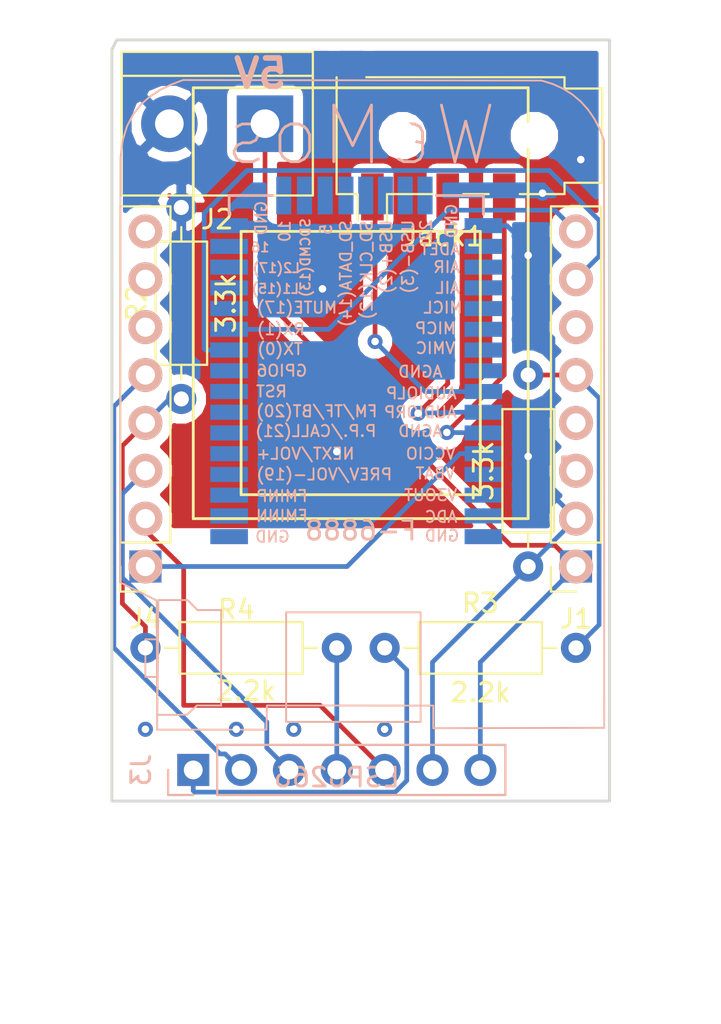
<source format=kicad_pcb>
(kicad_pcb (version 20171130) (host pcbnew "(5.0.1)-3")

  (general
    (thickness 1.6)
    (drawings 6)
    (tracks 103)
    (zones 0)
    (modules 11)
    (nets 55)
  )

  (page A4)
  (layers
    (0 F.Cu signal)
    (31 B.Cu signal)
    (32 B.Adhes user)
    (33 F.Adhes user)
    (34 B.Paste user)
    (35 F.Paste user)
    (36 B.SilkS user)
    (37 F.SilkS user)
    (38 B.Mask user)
    (39 F.Mask user)
    (40 Dwgs.User user)
    (41 Cmts.User user)
    (42 Eco1.User user)
    (43 Eco2.User user)
    (44 Edge.Cuts user)
    (45 Margin user)
    (46 B.CrtYd user)
    (47 F.CrtYd user)
    (48 B.Fab user)
    (49 F.Fab user)
  )

  (setup
    (last_trace_width 0.25)
    (trace_clearance 0.2)
    (zone_clearance 0.508)
    (zone_45_only no)
    (trace_min 0.1524)
    (segment_width 0.2)
    (edge_width 0.15)
    (via_size 0.8)
    (via_drill 0.4)
    (via_min_size 0.508)
    (via_min_drill 0.254)
    (uvia_size 0.3)
    (uvia_drill 0.1)
    (uvias_allowed no)
    (uvia_min_size 0.2)
    (uvia_min_drill 0.1)
    (pcb_text_width 0.3)
    (pcb_text_size 1.5 1.5)
    (mod_edge_width 0.15)
    (mod_text_size 1 1)
    (mod_text_width 0.15)
    (pad_size 1.524 1.524)
    (pad_drill 0.762)
    (pad_to_mask_clearance 0.0508)
    (solder_mask_min_width 0.101)
    (aux_axis_origin 0 0)
    (visible_elements 7FFFFFFF)
    (pcbplotparams
      (layerselection 0x010fc_ffffffff)
      (usegerberextensions false)
      (usegerberattributes false)
      (usegerberadvancedattributes false)
      (creategerberjobfile false)
      (excludeedgelayer true)
      (linewidth 0.100000)
      (plotframeref false)
      (viasonmask false)
      (mode 1)
      (useauxorigin false)
      (hpglpennumber 1)
      (hpglpenspeed 20)
      (hpglpendiameter 15.000000)
      (psnegative false)
      (psa4output false)
      (plotreference true)
      (plotvalue true)
      (plotinvisibletext false)
      (padsonsilk false)
      (subtractmaskfromsilk false)
      (outputformat 1)
      (mirror false)
      (drillshape 1)
      (scaleselection 1)
      (outputdirectory ""))
  )

  (net 0 "")
  (net 1 GND)
  (net 2 /5V)
  (net 3 /3.3V)
  (net 4 /CS)
  (net 5 /MOSI)
  (net 6 /SCK)
  (net 7 /INT)
  (net 8 /MISO)
  (net 9 "Net-(BK3254-Pad11)")
  (net 10 "Net-(BK3254-Pad10)")
  (net 11 "Net-(ESP8266-Pad6)")
  (net 12 "Net-(ESP8266-Pad5)")
  (net 13 "Net-(ESP8266-Pad4)")
  (net 14 "Net-(ESP8266-Pad3)")
  (net 15 "Net-(ESP8266-Pad13)")
  (net 16 "Net-(ESP8266-Pad11)")
  (net 17 "Net-(ESP8266-Pad10)")
  (net 18 "Net-(ESP8266-Pad9)")
  (net 19 "Net-(BK3254-Pad22)")
  (net 20 "Net-(BK3254-Pad21)")
  (net 21 "Net-(BK3254-Pad23)")
  (net 22 "Net-(BK3254-Pad24)")
  (net 23 "Net-(BK3254-Pad20)")
  (net 24 "Net-(BK3254-Pad19)")
  (net 25 "Net-(BK3254-Pad18)")
  (net 26 "Net-(BK3254-Pad17)")
  (net 27 "Net-(BK3254-Pad30)")
  (net 28 "Net-(BK3254-Pad40)")
  (net 29 "Net-(BK3254-Pad37)")
  (net 30 "Net-(BK3254-Pad35)")
  (net 31 "Net-(BK3254-Pad28)")
  (net 32 "Net-(BK3254-Pad27)")
  (net 33 "Net-(BK3254-Pad29)")
  (net 34 "Net-(BK3254-Pad33)")
  (net 35 "Net-(BK3254-Pad39)")
  (net 36 "Net-(BK3254-Pad34)")
  (net 37 "Net-(BK3254-Pad38)")
  (net 38 "Net-(BK3254-Pad31)")
  (net 39 "Net-(BK3254-Pad32)")
  (net 40 "Net-(BK3254-Pad26)")
  (net 41 "Net-(BK3254-Pad4)")
  (net 42 "Net-(BK3254-Pad1)")
  (net 43 "Net-(BK3254-Pad2)")
  (net 44 "Net-(BK3254-Pad7)")
  (net 45 "Net-(BK3254-Pad8)")
  (net 46 "Net-(BK3254-Pad6)")
  (net 47 "Net-(BK3254-Pad3)")
  (net 48 "Net-(BK3254-Pad5)")
  (net 49 "Net-(BK3254-Pad9)")
  (net 50 "Net-(BK3254-Pad12)")
  (net 51 "Net-(BK3254-Pad13)")
  (net 52 "Net-(BK3254-Pad14)")
  (net 53 "Net-(BK3254-Pad15)")
  (net 54 "Net-(BK3254-Pad25)")

  (net_class Default "This is the default net class."
    (clearance 0.2)
    (trace_width 0.25)
    (via_dia 0.8)
    (via_drill 0.4)
    (uvia_dia 0.3)
    (uvia_drill 0.1)
    (add_net /3.3V)
    (add_net /5V)
    (add_net /CS)
    (add_net /INT)
    (add_net /MISO)
    (add_net /MOSI)
    (add_net /SCK)
    (add_net GND)
    (add_net "Net-(BK3254-Pad1)")
    (add_net "Net-(BK3254-Pad10)")
    (add_net "Net-(BK3254-Pad11)")
    (add_net "Net-(BK3254-Pad12)")
    (add_net "Net-(BK3254-Pad13)")
    (add_net "Net-(BK3254-Pad14)")
    (add_net "Net-(BK3254-Pad15)")
    (add_net "Net-(BK3254-Pad17)")
    (add_net "Net-(BK3254-Pad18)")
    (add_net "Net-(BK3254-Pad19)")
    (add_net "Net-(BK3254-Pad2)")
    (add_net "Net-(BK3254-Pad20)")
    (add_net "Net-(BK3254-Pad21)")
    (add_net "Net-(BK3254-Pad22)")
    (add_net "Net-(BK3254-Pad23)")
    (add_net "Net-(BK3254-Pad24)")
    (add_net "Net-(BK3254-Pad25)")
    (add_net "Net-(BK3254-Pad26)")
    (add_net "Net-(BK3254-Pad27)")
    (add_net "Net-(BK3254-Pad28)")
    (add_net "Net-(BK3254-Pad29)")
    (add_net "Net-(BK3254-Pad3)")
    (add_net "Net-(BK3254-Pad30)")
    (add_net "Net-(BK3254-Pad31)")
    (add_net "Net-(BK3254-Pad32)")
    (add_net "Net-(BK3254-Pad33)")
    (add_net "Net-(BK3254-Pad34)")
    (add_net "Net-(BK3254-Pad35)")
    (add_net "Net-(BK3254-Pad37)")
    (add_net "Net-(BK3254-Pad38)")
    (add_net "Net-(BK3254-Pad39)")
    (add_net "Net-(BK3254-Pad4)")
    (add_net "Net-(BK3254-Pad40)")
    (add_net "Net-(BK3254-Pad5)")
    (add_net "Net-(BK3254-Pad6)")
    (add_net "Net-(BK3254-Pad7)")
    (add_net "Net-(BK3254-Pad8)")
    (add_net "Net-(BK3254-Pad9)")
    (add_net "Net-(ESP8266-Pad10)")
    (add_net "Net-(ESP8266-Pad11)")
    (add_net "Net-(ESP8266-Pad13)")
    (add_net "Net-(ESP8266-Pad3)")
    (add_net "Net-(ESP8266-Pad4)")
    (add_net "Net-(ESP8266-Pad5)")
    (add_net "Net-(ESP8266-Pad6)")
    (add_net "Net-(ESP8266-Pad9)")
  )

  (module Connector_PinSocket_2.54mm:PinSocket_1x08_P2.54mm_Vertical (layer F.Cu) (tedit 5A19A420) (tstamp 5DF81493)
    (at 86.36 88.9 180)
    (descr "Through hole straight socket strip, 1x08, 2.54mm pitch, single row (from Kicad 4.0.7), script generated")
    (tags "Through hole socket strip THT 1x08 2.54mm single row")
    (path /5DA39631)
    (fp_text reference J4 (at 0 -2.77 180) (layer F.SilkS)
      (effects (font (size 1 1) (thickness 0.15)))
    )
    (fp_text value Conn_01x08_Female (at 0 20.55 180) (layer F.Fab)
      (effects (font (size 1 1) (thickness 0.15)))
    )
    (fp_text user %R (at 0 8.89 270) (layer F.Fab)
      (effects (font (size 1 1) (thickness 0.15)))
    )
    (fp_line (start -1.8 19.55) (end -1.8 -1.8) (layer F.CrtYd) (width 0.05))
    (fp_line (start 1.75 19.55) (end -1.8 19.55) (layer F.CrtYd) (width 0.05))
    (fp_line (start 1.75 -1.8) (end 1.75 19.55) (layer F.CrtYd) (width 0.05))
    (fp_line (start -1.8 -1.8) (end 1.75 -1.8) (layer F.CrtYd) (width 0.05))
    (fp_line (start 0 -1.33) (end 1.33 -1.33) (layer F.SilkS) (width 0.12))
    (fp_line (start 1.33 -1.33) (end 1.33 0) (layer F.SilkS) (width 0.12))
    (fp_line (start 1.33 1.27) (end 1.33 19.11) (layer F.SilkS) (width 0.12))
    (fp_line (start -1.33 19.11) (end 1.33 19.11) (layer F.SilkS) (width 0.12))
    (fp_line (start -1.33 1.27) (end -1.33 19.11) (layer F.SilkS) (width 0.12))
    (fp_line (start -1.33 1.27) (end 1.33 1.27) (layer F.SilkS) (width 0.12))
    (fp_line (start -1.27 19.05) (end -1.27 -1.27) (layer F.Fab) (width 0.1))
    (fp_line (start 1.27 19.05) (end -1.27 19.05) (layer F.Fab) (width 0.1))
    (fp_line (start 1.27 -0.635) (end 1.27 19.05) (layer F.Fab) (width 0.1))
    (fp_line (start 0.635 -1.27) (end 1.27 -0.635) (layer F.Fab) (width 0.1))
    (fp_line (start -1.27 -1.27) (end 0.635 -1.27) (layer F.Fab) (width 0.1))
    (pad 8 thru_hole oval (at 0 17.78 180) (size 1.7 1.7) (drill 1) (layers *.Cu *.Mask)
      (net 18 "Net-(ESP8266-Pad9)"))
    (pad 7 thru_hole oval (at 0 15.24 180) (size 1.7 1.7) (drill 1) (layers *.Cu *.Mask)
      (net 17 "Net-(ESP8266-Pad10)"))
    (pad 6 thru_hole oval (at 0 12.7 180) (size 1.7 1.7) (drill 1) (layers *.Cu *.Mask)
      (net 16 "Net-(ESP8266-Pad11)"))
    (pad 5 thru_hole oval (at 0 10.16 180) (size 1.7 1.7) (drill 1) (layers *.Cu *.Mask)
      (net 6 /SCK))
    (pad 4 thru_hole oval (at 0 7.62 180) (size 1.7 1.7) (drill 1) (layers *.Cu *.Mask)
      (net 15 "Net-(ESP8266-Pad13)"))
    (pad 3 thru_hole oval (at 0 5.08 180) (size 1.7 1.7) (drill 1) (layers *.Cu *.Mask)
      (net 5 /MOSI))
    (pad 2 thru_hole oval (at 0 2.54 180) (size 1.7 1.7) (drill 1) (layers *.Cu *.Mask)
      (net 4 /CS))
    (pad 1 thru_hole rect (at 0 0 180) (size 1.7 1.7) (drill 1) (layers *.Cu *.Mask)
      (net 3 /3.3V))
    (model ${KISYS3DMOD}/Connector_PinSocket_2.54mm.3dshapes/PinSocket_1x08_P2.54mm_Vertical.wrl
      (at (xyz 0 0 0))
      (scale (xyz 1 1 1))
      (rotate (xyz 0 0 0))
    )
  )

  (module Connector_PinSocket_2.54mm:PinSocket_1x08_P2.54mm_Vertical (layer F.Cu) (tedit 5A19A420) (tstamp 5DF81477)
    (at 109.22 88.9 180)
    (descr "Through hole straight socket strip, 1x08, 2.54mm pitch, single row (from Kicad 4.0.7), script generated")
    (tags "Through hole socket strip THT 1x08 2.54mm single row")
    (path /5DA3968F)
    (fp_text reference J1 (at 0 -2.77 180) (layer F.SilkS)
      (effects (font (size 1 1) (thickness 0.15)))
    )
    (fp_text value Conn_01x08_Female (at 0 20.55 180) (layer F.Fab)
      (effects (font (size 1 1) (thickness 0.15)))
    )
    (fp_line (start -1.27 -1.27) (end 0.635 -1.27) (layer F.Fab) (width 0.1))
    (fp_line (start 0.635 -1.27) (end 1.27 -0.635) (layer F.Fab) (width 0.1))
    (fp_line (start 1.27 -0.635) (end 1.27 19.05) (layer F.Fab) (width 0.1))
    (fp_line (start 1.27 19.05) (end -1.27 19.05) (layer F.Fab) (width 0.1))
    (fp_line (start -1.27 19.05) (end -1.27 -1.27) (layer F.Fab) (width 0.1))
    (fp_line (start -1.33 1.27) (end 1.33 1.27) (layer F.SilkS) (width 0.12))
    (fp_line (start -1.33 1.27) (end -1.33 19.11) (layer F.SilkS) (width 0.12))
    (fp_line (start -1.33 19.11) (end 1.33 19.11) (layer F.SilkS) (width 0.12))
    (fp_line (start 1.33 1.27) (end 1.33 19.11) (layer F.SilkS) (width 0.12))
    (fp_line (start 1.33 -1.33) (end 1.33 0) (layer F.SilkS) (width 0.12))
    (fp_line (start 0 -1.33) (end 1.33 -1.33) (layer F.SilkS) (width 0.12))
    (fp_line (start -1.8 -1.8) (end 1.75 -1.8) (layer F.CrtYd) (width 0.05))
    (fp_line (start 1.75 -1.8) (end 1.75 19.55) (layer F.CrtYd) (width 0.05))
    (fp_line (start 1.75 19.55) (end -1.8 19.55) (layer F.CrtYd) (width 0.05))
    (fp_line (start -1.8 19.55) (end -1.8 -1.8) (layer F.CrtYd) (width 0.05))
    (fp_text user %R (at 0 8.89 270) (layer F.Fab)
      (effects (font (size 1 1) (thickness 0.15)))
    )
    (pad 1 thru_hole rect (at 0 0 180) (size 1.7 1.7) (drill 1) (layers *.Cu *.Mask)
      (net 2 /5V))
    (pad 2 thru_hole oval (at 0 2.54 180) (size 1.7 1.7) (drill 1) (layers *.Cu *.Mask)
      (net 1 GND))
    (pad 3 thru_hole oval (at 0 5.08 180) (size 1.7 1.7) (drill 1) (layers *.Cu *.Mask)
      (net 14 "Net-(ESP8266-Pad3)"))
    (pad 4 thru_hole oval (at 0 7.62 180) (size 1.7 1.7) (drill 1) (layers *.Cu *.Mask)
      (net 13 "Net-(ESP8266-Pad4)"))
    (pad 5 thru_hole oval (at 0 10.16 180) (size 1.7 1.7) (drill 1) (layers *.Cu *.Mask)
      (net 12 "Net-(ESP8266-Pad5)"))
    (pad 6 thru_hole oval (at 0 12.7 180) (size 1.7 1.7) (drill 1) (layers *.Cu *.Mask)
      (net 11 "Net-(ESP8266-Pad6)"))
    (pad 7 thru_hole oval (at 0 15.24 180) (size 1.7 1.7) (drill 1) (layers *.Cu *.Mask)
      (net 10 "Net-(BK3254-Pad10)"))
    (pad 8 thru_hole oval (at 0 17.78 180) (size 1.7 1.7) (drill 1) (layers *.Cu *.Mask)
      (net 9 "Net-(BK3254-Pad11)"))
    (model ${KISYS3DMOD}/Connector_PinSocket_2.54mm.3dshapes/PinSocket_1x08_P2.54mm_Vertical.wrl
      (at (xyz 0 0 0))
      (scale (xyz 1 1 1))
      (rotate (xyz 0 0 0))
    )
  )

  (module Connector_PinSocket_2.54mm:PinSocket_1x07_P2.54mm_Vertical (layer B.Cu) (tedit 5A19A433) (tstamp 5DE58B37)
    (at 88.9 99.695 270)
    (descr "Through hole straight socket strip, 1x07, 2.54mm pitch, single row (from Kicad 4.0.7), script generated")
    (tags "Through hole socket strip THT 1x07 2.54mm single row")
    (path /5C4B5EB1)
    (fp_text reference J3 (at 0 2.77 270) (layer B.SilkS)
      (effects (font (size 1 1) (thickness 0.15)) (justify mirror))
    )
    (fp_text value MCP2515_Connector_01x07_Female (at 0 -18.01 270) (layer B.Fab)
      (effects (font (size 1 1) (thickness 0.15)) (justify mirror))
    )
    (fp_text user %R (at 0 -7.62 180) (layer B.Fab)
      (effects (font (size 1 1) (thickness 0.15)) (justify mirror))
    )
    (fp_line (start -1.8 -17) (end -1.8 1.8) (layer B.CrtYd) (width 0.05))
    (fp_line (start 1.75 -17) (end -1.8 -17) (layer B.CrtYd) (width 0.05))
    (fp_line (start 1.75 1.8) (end 1.75 -17) (layer B.CrtYd) (width 0.05))
    (fp_line (start -1.8 1.8) (end 1.75 1.8) (layer B.CrtYd) (width 0.05))
    (fp_line (start 0 1.33) (end 1.33 1.33) (layer B.SilkS) (width 0.12))
    (fp_line (start 1.33 1.33) (end 1.33 0) (layer B.SilkS) (width 0.12))
    (fp_line (start 1.33 -1.27) (end 1.33 -16.57) (layer B.SilkS) (width 0.12))
    (fp_line (start -1.33 -16.57) (end 1.33 -16.57) (layer B.SilkS) (width 0.12))
    (fp_line (start -1.33 -1.27) (end -1.33 -16.57) (layer B.SilkS) (width 0.12))
    (fp_line (start -1.33 -1.27) (end 1.33 -1.27) (layer B.SilkS) (width 0.12))
    (fp_line (start -1.27 -16.51) (end -1.27 1.27) (layer B.Fab) (width 0.1))
    (fp_line (start 1.27 -16.51) (end -1.27 -16.51) (layer B.Fab) (width 0.1))
    (fp_line (start 1.27 0.635) (end 1.27 -16.51) (layer B.Fab) (width 0.1))
    (fp_line (start 0.635 1.27) (end 1.27 0.635) (layer B.Fab) (width 0.1))
    (fp_line (start -1.27 1.27) (end 0.635 1.27) (layer B.Fab) (width 0.1))
    (pad 7 thru_hole oval (at 0 -15.24 270) (size 1.7 1.7) (drill 1) (layers *.Cu *.Mask)
      (net 2 /5V))
    (pad 6 thru_hole oval (at 0 -12.7 270) (size 1.7 1.7) (drill 1) (layers *.Cu *.Mask)
      (net 1 GND))
    (pad 5 thru_hole oval (at 0 -10.16 270) (size 1.7 1.7) (drill 1) (layers *.Cu *.Mask)
      (net 4 /CS))
    (pad 4 thru_hole oval (at 0 -7.62 270) (size 1.7 1.7) (drill 1) (layers *.Cu *.Mask)
      (net 8 /MISO))
    (pad 3 thru_hole oval (at 0 -5.08 270) (size 1.7 1.7) (drill 1) (layers *.Cu *.Mask)
      (net 5 /MOSI))
    (pad 2 thru_hole oval (at 0 -2.54 270) (size 1.7 1.7) (drill 1) (layers *.Cu *.Mask)
      (net 6 /SCK))
    (pad 1 thru_hole rect (at 0 0 270) (size 1.7 1.7) (drill 1) (layers *.Cu *.Mask)
      (net 7 /INT))
    (model ${KISYS3DMOD}/Connector_PinSocket_2.54mm.3dshapes/PinSocket_1x07_P2.54mm_Vertical.wrl
      (at (xyz 0 0 0))
      (scale (xyz 1 1 1))
      (rotate (xyz 0 0 0))
    )
  )

  (module F-6888_BK3254:F-6888 (layer B.Cu) (tedit 5DA2A4B7) (tstamp 5DE5D8CC)
    (at 90.805 69.215)
    (path /5C4F1C3F)
    (fp_text reference BK3254 (at 6.95 2.25) (layer B.SilkS) hide
      (effects (font (size 1 1) (thickness 0.15)) (justify mirror))
    )
    (fp_text value F-6888 (at 6.985 17.78) (layer B.SilkS)
      (effects (font (size 1 1) (thickness 0.15)) (justify mirror))
    )
    (fp_text user GND (at 11.8 1.35 -90) (layer B.SilkS)
      (effects (font (size 0.6 0.6) (thickness 0.1)) (justify mirror))
    )
    (fp_text user ADET (at 11.2 2.85) (layer B.SilkS)
      (effects (font (size 0.6 0.6) (thickness 0.1)) (justify mirror))
    )
    (fp_text user 22 (at 10.45 1.85 -90) (layer B.SilkS)
      (effects (font (size 0.6 0.6) (thickness 0.1)) (justify mirror))
    )
    (fp_text user "USB-(3)" (at 9.5 3.25 -90) (layer B.SilkS)
      (effects (font (size 0.6 0.6) (thickness 0.1)) (justify mirror))
    )
    (fp_text user "USB+(2)" (at 8.35 3.25 -90) (layer B.SilkS)
      (effects (font (size 0.6 0.6) (thickness 0.1)) (justify mirror))
    )
    (fp_text user "SD_CLK(12)" (at 7.3 3.95 -90) (layer B.SilkS)
      (effects (font (size 0.6 0.6) (thickness 0.1)) (justify mirror))
    )
    (fp_text user "SD_DATA(14)" (at 6.2 4.15 -90) (layer B.SilkS)
      (effects (font (size 0.6 0.6) (thickness 0.1)) (justify mirror))
    )
    (fp_text user 5 (at 5.15 1.8 -90) (layer B.SilkS)
      (effects (font (size 0.6 0.6) (thickness 0.1)) (justify mirror))
    )
    (fp_text user "SDCMD(13)" (at 4.05 3.3 -90) (layer B.SilkS)
      (effects (font (size 0.5 0.5) (thickness 0.1)) (justify mirror))
    )
    (fp_text user 10 (at 2.95 1.9 -90) (layer B.SilkS)
      (effects (font (size 0.6 0.6) (thickness 0.1)) (justify mirror))
    )
    (fp_text user AIR (at 11.55 3.8) (layer B.SilkS)
      (effects (font (size 0.6 0.6) (thickness 0.1)) (justify mirror))
    )
    (fp_text user AIL (at 11.6 4.9) (layer B.SilkS)
      (effects (font (size 0.6 0.6) (thickness 0.1)) (justify mirror))
    )
    (fp_text user MICL (at 11.35 5.95) (layer B.SilkS)
      (effects (font (size 0.6 0.6) (thickness 0.1)) (justify mirror))
    )
    (fp_text user MICP (at 10.95 7.05) (layer B.SilkS)
      (effects (font (size 0.6 0.6) (thickness 0.1)) (justify mirror))
    )
    (fp_text user VMIC (at 10.95 8.1) (layer B.SilkS)
      (effects (font (size 0.6 0.6) (thickness 0.1)) (justify mirror))
    )
    (fp_text user GND (at 1.7 1.2 -90) (layer B.SilkS)
      (effects (font (size 0.6 0.6) (thickness 0.1)) (justify mirror))
    )
    (fp_text user 16 (at 1.65 2.75) (layer B.SilkS)
      (effects (font (size 0.5 0.5) (thickness 0.1)) (justify mirror))
    )
    (fp_text user "L2(17)" (at 2.5 3.85) (layer B.SilkS)
      (effects (font (size 0.5 0.5) (thickness 0.1)) (justify mirror))
    )
    (fp_text user "L1(15)" (at 2.45 4.95) (layer B.SilkS)
      (effects (font (size 0.5 0.5) (thickness 0.1)) (justify mirror))
    )
    (fp_text user "MUTE(17)" (at 3.6 5.95) (layer B.SilkS)
      (effects (font (size 0.6 0.6) (thickness 0.1)) (justify mirror))
    )
    (fp_text user "RX(1)" (at 2.75 7.1) (layer B.SilkS)
      (effects (font (size 0.6 0.6) (thickness 0.1)) (justify mirror))
    )
    (fp_text user "TX(0)" (at 2.7 8.15) (layer B.SilkS)
      (effects (font (size 0.6 0.6) (thickness 0.1)) (justify mirror))
    )
    (fp_text user GPIO6 (at 2.8 9.3) (layer B.SilkS)
      (effects (font (size 0.6 0.6) (thickness 0.1)) (justify mirror))
    )
    (fp_text user RST (at 2.25 10.4) (layer B.SilkS)
      (effects (font (size 0.6 0.6) (thickness 0.1)) (justify mirror))
    )
    (fp_text user "FM/TF/BT(20)" (at 4.65 11.45) (layer B.SilkS)
      (effects (font (size 0.6 0.6) (thickness 0.1)) (justify mirror))
    )
    (fp_text user AGND (at 10.15 9.35) (layer B.SilkS)
      (effects (font (size 0.6 0.6) (thickness 0.1)) (justify mirror))
    )
    (fp_text user AUDIOLP (at 10.2 10.5) (layer B.SilkS)
      (effects (font (size 0.6 0.6) (thickness 0.1)) (justify mirror))
    )
    (fp_text user AUDIORP (at 10.15 11.5) (layer B.SilkS)
      (effects (font (size 0.6 0.6) (thickness 0.1)) (justify mirror))
    )
    (fp_text user AGND (at 10.15 12.5) (layer B.SilkS)
      (effects (font (size 0.6 0.6) (thickness 0.1)) (justify mirror))
    )
    (fp_text user VCCIO (at 10.7 13.7) (layer B.SilkS)
      (effects (font (size 0.6 0.6) (thickness 0.1)) (justify mirror))
    )
    (fp_text user "P.P./CALL(21)" (at 4.6 12.5) (layer B.SilkS)
      (effects (font (size 0.6 0.6) (thickness 0.1)) (justify mirror))
    )
    (fp_text user NEXT/VOL+ (at 4.05 13.7) (layer B.SilkS)
      (effects (font (size 0.6 0.6) (thickness 0.1)) (justify mirror))
    )
    (fp_text user VBAT (at 10.95 14.75) (layer B.SilkS)
      (effects (font (size 0.6 0.6) (thickness 0.1)) (justify mirror))
    )
    (fp_text user V3OUT (at 10.7 15.9) (layer B.SilkS)
      (effects (font (size 0.6 0.6) (thickness 0.1)) (justify mirror))
    )
    (fp_text user ADC (at 11.25 17.05) (layer B.SilkS)
      (effects (font (size 0.6 0.6) (thickness 0.1)) (justify mirror))
    )
    (fp_text user GND (at 11.3 18.05) (layer B.SilkS)
      (effects (font (size 0.6 0.6) (thickness 0.1)) (justify mirror))
    )
    (fp_text user "PREV/VOL-(19)" (at 5.05 14.8) (layer B.SilkS)
      (effects (font (size 0.6 0.6) (thickness 0.1)) (justify mirror))
    )
    (fp_text user FMINP (at 2.8 15.95) (layer B.SilkS)
      (effects (font (size 0.6 0.6) (thickness 0.1)) (justify mirror))
    )
    (fp_text user FMINN (at 2.8 17) (layer B.SilkS)
      (effects (font (size 0.6 0.6) (thickness 0.1)) (justify mirror))
    )
    (fp_text user GND (at 2.3 18.1) (layer B.SilkS)
      (effects (font (size 0.6 0.6) (thickness 0.1)) (justify mirror))
    )
    (fp_line (start 0 25) (end 0 18.8) (layer Dwgs.User) (width 0.15))
    (fp_line (start 13.5 25) (end 0 25) (layer Dwgs.User) (width 0.15))
    (fp_line (start 13.5 18.8) (end 13.5 25) (layer Dwgs.User) (width 0.15))
    (fp_line (start 13.5 0) (end 13.5 1) (layer B.SilkS) (width 0.15))
    (fp_line (start 11 0) (end 13.5 0) (layer B.SilkS) (width 0.15))
    (fp_line (start 0 0) (end 2.3 0) (layer B.SilkS) (width 0.15))
    (fp_line (start 0 0) (end 0 1) (layer B.SilkS) (width 0.15))
    (pad 22 smd rect (at 8.3 0) (size 0.8 2) (layers B.Cu B.Paste B.Mask)
      (net 19 "Net-(BK3254-Pad22)"))
    (pad 21 smd rect (at 7.25 0) (size 0.8 2) (layers B.Cu B.Paste B.Mask)
      (net 20 "Net-(BK3254-Pad21)"))
    (pad 23 smd rect (at 9.35 0) (size 0.8 2) (layers B.Cu B.Paste B.Mask)
      (net 21 "Net-(BK3254-Pad23)"))
    (pad 24 smd rect (at 10.399996 0) (size 0.8 2) (layers B.Cu B.Paste B.Mask)
      (net 22 "Net-(BK3254-Pad24)"))
    (pad 20 smd rect (at 6.2 0) (size 0.8 2) (layers B.Cu B.Paste B.Mask)
      (net 23 "Net-(BK3254-Pad20)"))
    (pad 19 smd rect (at 5.1 0) (size 0.8 2) (layers B.Cu B.Paste B.Mask)
      (net 24 "Net-(BK3254-Pad19)"))
    (pad 18 smd rect (at 4 0) (size 0.8 2) (layers B.Cu B.Paste B.Mask)
      (net 25 "Net-(BK3254-Pad18)"))
    (pad 17 smd rect (at 2.9 0) (size 0.8 2) (layers B.Cu B.Paste B.Mask)
      (net 26 "Net-(BK3254-Pad17)"))
    (pad 30 smd rect (at 13.5 7.1) (size 2 0.8) (layers B.Cu B.Paste B.Mask)
      (net 27 "Net-(BK3254-Pad30)"))
    (pad 40 smd rect (at 13.5 18.1) (size 2 0.8) (layers B.Cu B.Paste B.Mask)
      (net 28 "Net-(BK3254-Pad40)"))
    (pad 37 smd rect (at 13.5 14.8) (size 2 0.8) (layers B.Cu B.Paste B.Mask)
      (net 29 "Net-(BK3254-Pad37)"))
    (pad 35 smd rect (at 13.5 12.6) (size 2 0.8) (layers B.Cu B.Paste B.Mask)
      (net 30 "Net-(BK3254-Pad35)"))
    (pad 28 smd rect (at 13.5 4.9) (size 2 0.8) (layers B.Cu B.Paste B.Mask)
      (net 31 "Net-(BK3254-Pad28)"))
    (pad 27 smd rect (at 13.5 3.8) (size 2 0.8) (layers B.Cu B.Paste B.Mask)
      (net 32 "Net-(BK3254-Pad27)"))
    (pad 29 smd rect (at 13.5 6) (size 2 0.8) (layers B.Cu B.Paste B.Mask)
      (net 33 "Net-(BK3254-Pad29)"))
    (pad 33 smd rect (at 13.5 10.4) (size 2 0.8) (layers B.Cu B.Paste B.Mask)
      (net 34 "Net-(BK3254-Pad33)"))
    (pad 39 smd rect (at 13.5 17) (size 2 0.8) (layers B.Cu B.Paste B.Mask)
      (net 35 "Net-(BK3254-Pad39)"))
    (pad 25 smd rect (at 13.5 1.6) (size 2 0.8) (layers B.Cu B.Paste B.Mask)
      (net 54 "Net-(BK3254-Pad25)"))
    (pad 34 smd rect (at 13.5 11.5) (size 2 0.8) (layers B.Cu B.Paste B.Mask)
      (net 36 "Net-(BK3254-Pad34)"))
    (pad 38 smd rect (at 13.5 15.9) (size 2 0.8) (layers B.Cu B.Paste B.Mask)
      (net 37 "Net-(BK3254-Pad38)"))
    (pad 31 smd rect (at 13.5 8.2) (size 2 0.8) (layers B.Cu B.Paste B.Mask)
      (net 38 "Net-(BK3254-Pad31)"))
    (pad 32 smd rect (at 13.5 9.3) (size 2 0.8) (layers B.Cu B.Paste B.Mask)
      (net 39 "Net-(BK3254-Pad32)"))
    (pad 26 smd rect (at 13.5 2.7) (size 2 0.8) (layers B.Cu B.Paste B.Mask)
      (net 40 "Net-(BK3254-Pad26)"))
    (pad 36 smd rect (at 13.5 13.7) (size 2 0.8) (layers B.Cu B.Paste B.Mask)
      (net 3 /3.3V))
    (pad 4 smd rect (at 0 14.8) (size 2 0.8) (layers B.Cu B.Paste B.Mask)
      (net 41 "Net-(BK3254-Pad4)"))
    (pad 1 smd rect (at 0 18.1) (size 2 0.8) (layers B.Cu B.Paste B.Mask)
      (net 42 "Net-(BK3254-Pad1)"))
    (pad 16 smd rect (at 0 1.6) (size 2 0.8) (layers B.Cu B.Paste B.Mask)
      (net 1 GND))
    (pad 2 smd rect (at 0 17) (size 2 0.8) (layers B.Cu B.Paste B.Mask)
      (net 43 "Net-(BK3254-Pad2)"))
    (pad 7 smd rect (at 0 11.5) (size 2 0.8) (layers B.Cu B.Paste B.Mask)
      (net 44 "Net-(BK3254-Pad7)"))
    (pad 8 smd rect (at 0 10.4) (size 2 0.8) (layers B.Cu B.Paste B.Mask)
      (net 45 "Net-(BK3254-Pad8)"))
    (pad 6 smd rect (at 0 12.6) (size 2 0.8) (layers B.Cu B.Paste B.Mask)
      (net 46 "Net-(BK3254-Pad6)"))
    (pad 3 smd rect (at 0 15.9) (size 2 0.8) (layers B.Cu B.Paste B.Mask)
      (net 47 "Net-(BK3254-Pad3)"))
    (pad 5 smd rect (at 0 13.7) (size 2 0.8) (layers B.Cu B.Paste B.Mask)
      (net 48 "Net-(BK3254-Pad5)"))
    (pad 9 smd rect (at 0 9.3) (size 2 0.8) (layers B.Cu B.Paste B.Mask)
      (net 49 "Net-(BK3254-Pad9)"))
    (pad 10 smd rect (at 0 8.2) (size 2 0.8) (layers B.Cu B.Paste B.Mask)
      (net 10 "Net-(BK3254-Pad10)"))
    (pad 11 smd rect (at 0 7.1) (size 2 0.8) (layers B.Cu B.Paste B.Mask)
      (net 9 "Net-(BK3254-Pad11)"))
    (pad 12 smd rect (at 0 6) (size 2 0.8) (layers B.Cu B.Paste B.Mask)
      (net 50 "Net-(BK3254-Pad12)"))
    (pad 13 smd rect (at 0 4.9) (size 2 0.8) (layers B.Cu B.Paste B.Mask)
      (net 51 "Net-(BK3254-Pad13)"))
    (pad 14 smd rect (at 0 3.8) (size 2 0.8) (layers B.Cu B.Paste B.Mask)
      (net 52 "Net-(BK3254-Pad14)"))
    (pad 15 smd rect (at 0 2.7) (size 2 0.8) (layers B.Cu B.Paste B.Mask)
      (net 53 "Net-(BK3254-Pad15)"))
  )

  (module Connector_Audio:Jack_3.5mm_PJ320D_Horizontal (layer F.Cu) (tedit 5A1DBF1B) (tstamp 5DE62FE3)
    (at 102.235 66.04 180)
    (descr "Headphones with microphone connector, 3.5mm, 4 pins.")
    (tags "3.5mm jack mic microphone phones headphones 4pins audio plug")
    (path /5DA2F789)
    (attr smd)
    (fp_text reference Jack1 (at 0.05 -5.35 180) (layer F.SilkS)
      (effects (font (size 1 1) (thickness 0.15)))
    )
    (fp_text value PJ-320B (at -0.025 6.35 180) (layer F.Fab)
      (effects (font (size 1 1) (thickness 0.15)))
    )
    (fp_text user %R (at -1.195 0 90) (layer F.Fab)
      (effects (font (size 1 1) (thickness 0.15)))
    )
    (fp_line (start 3.05 -3.1) (end 3.05 -4.5) (layer F.SilkS) (width 0.12))
    (fp_line (start 4.6 -3.1) (end 4.6 -4.5) (layer F.SilkS) (width 0.12))
    (fp_line (start 5.575 2.9) (end -6.225 2.9) (layer F.Fab) (width 0.1))
    (fp_line (start -6.225 2.9) (end -6.225 2.3) (layer F.Fab) (width 0.1))
    (fp_line (start -6.225 2.3) (end -8.225 2.3) (layer F.Fab) (width 0.1))
    (fp_line (start -8.225 2.3) (end -8.225 -2.3) (layer F.Fab) (width 0.1))
    (fp_line (start -8.225 -2.3) (end -6.225 -2.3) (layer F.Fab) (width 0.1))
    (fp_line (start -6.225 -2.3) (end -6.225 -2.9) (layer F.Fab) (width 0.1))
    (fp_line (start -6.225 -2.9) (end 5.575 -2.9) (layer F.Fab) (width 0.1))
    (fp_line (start 5.575 -2.9) (end 5.575 2.9) (layer F.Fab) (width 0.1))
    (fp_line (start 4.15 3.1) (end -6.375 3.1) (layer F.SilkS) (width 0.12))
    (fp_line (start 4.6 -3.1) (end 5.725 -3.1) (layer F.SilkS) (width 0.12))
    (fp_line (start 0.65 -3.1) (end 3.05 -3.1) (layer F.SilkS) (width 0.12))
    (fp_line (start -2.35 -3.1) (end -1 -3.1) (layer F.SilkS) (width 0.12))
    (fp_line (start -6.375 -3.1) (end -4 -3.1) (layer F.SilkS) (width 0.12))
    (fp_line (start 6.07 5) (end 6.07 -5) (layer F.CrtYd) (width 0.05))
    (fp_line (start -8.73 5) (end -8.73 -5) (layer F.CrtYd) (width 0.05))
    (fp_line (start 5.725 3.1) (end 5.725 -3.1) (layer F.SilkS) (width 0.12))
    (fp_line (start -8.73 5) (end 6.07 5) (layer F.CrtYd) (width 0.05))
    (fp_line (start -8.73 -5) (end 6.07 -5) (layer F.CrtYd) (width 0.05))
    (fp_line (start -6.375 -3.1) (end -6.375 -2.5) (layer F.SilkS) (width 0.12))
    (fp_line (start -6.375 2.5) (end -6.375 3.1) (layer F.SilkS) (width 0.12))
    (fp_line (start -8.375 -2.5) (end -8.375 2.5) (layer F.SilkS) (width 0.12))
    (fp_line (start -6.375 -2.5) (end -8.375 -2.5) (layer F.SilkS) (width 0.12))
    (fp_line (start -6.375 2.5) (end -8.375 2.5) (layer F.SilkS) (width 0.12))
    (fp_circle (center 3.9 -2.35) (end 3.95 -2.1) (layer F.Fab) (width 0.12))
    (pad 4 smd rect (at 4.925 3.25 180) (size 1.2 2.5) (layers F.Cu F.Paste F.Mask))
    (pad 1 smd rect (at 3.825 -3.25 180) (size 1.2 2.5) (layers F.Cu F.Paste F.Mask)
      (net 34 "Net-(BK3254-Pad33)"))
    (pad 2 smd rect (at -0.175 -3.25 180) (size 1.2 2.5) (layers F.Cu F.Paste F.Mask)
      (net 36 "Net-(BK3254-Pad34)"))
    (pad 3 smd rect (at -3.175 -3.25 180) (size 1.2 2.5) (layers F.Cu F.Paste F.Mask)
      (net 30 "Net-(BK3254-Pad35)"))
    (pad "" np_thru_hole circle (at -4.775 0 180) (size 1.5 1.5) (drill 1.5) (layers *.Cu *.Mask))
    (pad "" np_thru_hole circle (at 2.225 0 180) (size 1.5 1.5) (drill 1.5) (layers *.Cu *.Mask))
    (model ${KISYS3DMOD}/Connector_Audio.3dshapes/Jack_3.5mm_PJ320D_Horizontal.wrl
      (at (xyz 0 0 0))
      (scale (xyz 1 1 1))
      (rotate (xyz 0 0 0))
    )
  )

  (module TerminalBlock:TerminalBlock_bornier-2_P5.08mm (layer F.Cu) (tedit 59FF03AB) (tstamp 5DE65476)
    (at 92.71 65.405 180)
    (descr "simple 2-pin terminal block, pitch 5.08mm, revamped version of bornier2")
    (tags "terminal block bornier2")
    (path /5C4F2DCF)
    (fp_text reference J2 (at 2.54 -5.08 180) (layer F.SilkS)
      (effects (font (size 1 1) (thickness 0.15)))
    )
    (fp_text value Screw_Terminal_01x02 (at 2.54 5.08 180) (layer F.Fab)
      (effects (font (size 1 1) (thickness 0.15)))
    )
    (fp_text user %R (at 2.54 0 180) (layer F.Fab)
      (effects (font (size 1 1) (thickness 0.15)))
    )
    (fp_line (start -2.41 2.55) (end 7.49 2.55) (layer F.Fab) (width 0.1))
    (fp_line (start -2.46 -3.75) (end -2.46 3.75) (layer F.Fab) (width 0.1))
    (fp_line (start -2.46 3.75) (end 7.54 3.75) (layer F.Fab) (width 0.1))
    (fp_line (start 7.54 3.75) (end 7.54 -3.75) (layer F.Fab) (width 0.1))
    (fp_line (start 7.54 -3.75) (end -2.46 -3.75) (layer F.Fab) (width 0.1))
    (fp_line (start 7.62 2.54) (end -2.54 2.54) (layer F.SilkS) (width 0.12))
    (fp_line (start 7.62 3.81) (end 7.62 -3.81) (layer F.SilkS) (width 0.12))
    (fp_line (start 7.62 -3.81) (end -2.54 -3.81) (layer F.SilkS) (width 0.12))
    (fp_line (start -2.54 -3.81) (end -2.54 3.81) (layer F.SilkS) (width 0.12))
    (fp_line (start -2.54 3.81) (end 7.62 3.81) (layer F.SilkS) (width 0.12))
    (fp_line (start -2.71 -4) (end 7.79 -4) (layer F.CrtYd) (width 0.05))
    (fp_line (start -2.71 -4) (end -2.71 4) (layer F.CrtYd) (width 0.05))
    (fp_line (start 7.79 4) (end 7.79 -4) (layer F.CrtYd) (width 0.05))
    (fp_line (start 7.79 4) (end -2.71 4) (layer F.CrtYd) (width 0.05))
    (pad 1 thru_hole rect (at 0 0 180) (size 3 3) (drill 1.52) (layers *.Cu *.Mask)
      (net 2 /5V))
    (pad 2 thru_hole circle (at 5.08 0 180) (size 3 3) (drill 1.52) (layers *.Cu *.Mask)
      (net 1 GND))
    (model ${KISYS3DMOD}/TerminalBlock.3dshapes/TerminalBlock_bornier-2_P5.08mm.wrl
      (offset (xyz 2.539999961853027 0 0))
      (scale (xyz 1 1 1))
      (rotate (xyz 0 0 0))
    )
    (model "C:/Program Files/KiCad/share/kicad/modules/TerminalBlock.pretty/TerminalBlock_bornier-3_P5.08mm.kicad_mod"
      (at (xyz 0 0 0))
      (scale (xyz 1 1 1))
      (rotate (xyz 0 0 0))
    )
  )

  (module wemos_d1_mini:D1_mini_board (layer B.Cu) (tedit 5766F65E) (tstamp 5DEBD98A)
    (at 97.79 81.28 180)
    (path /5C4A032B)
    (attr virtual)
    (fp_text reference ESP8266 (at 1.27 -18.81 180) (layer B.SilkS)
      (effects (font (size 1 1) (thickness 0.15)) (justify mirror))
    )
    (fp_text value WeMos_mini (at 1.27 19.05 180) (layer B.Fab)
      (effects (font (size 1 1) (thickness 0.15)) (justify mirror))
    )
    (fp_text user WeMos (at 0 15.24 180) (layer B.SilkS)
      (effects (font (size 3 3) (thickness 0.15)) (justify mirror))
    )
    (fp_line (start -6.35 -3.81) (end -6.35 10.16) (layer F.SilkS) (width 0.15))
    (fp_line (start -6.35 10.16) (end 6.35 10.16) (layer F.SilkS) (width 0.15))
    (fp_line (start 6.35 10.16) (end 6.35 -3.81) (layer F.SilkS) (width 0.15))
    (fp_line (start 6.35 -3.81) (end -6.35 -3.81) (layer F.SilkS) (width 0.15))
    (fp_line (start -8.89 -5.08) (end 8.89 -5.08) (layer F.SilkS) (width 0.15))
    (fp_line (start 8.89 -5.08) (end 8.89 17.78) (layer F.SilkS) (width 0.15))
    (fp_line (start 8.89 17.78) (end -8.89 17.78) (layer F.SilkS) (width 0.15))
    (fp_line (start -8.89 17.78) (end -8.89 -5.08) (layer F.SilkS) (width 0.15))
    (fp_line (start 10.817472 -16.277228) (end 5.00618 -16.277228) (layer B.SilkS) (width 0.1))
    (fp_line (start 5.00618 -16.277228) (end 4.979849 -14.993795) (layer B.SilkS) (width 0.1))
    (fp_line (start 4.979849 -14.993795) (end -3.851373 -15.000483) (layer B.SilkS) (width 0.1))
    (fp_line (start -3.851373 -15.000483) (end -3.849397 -16.202736) (layer B.SilkS) (width 0.1))
    (fp_line (start -3.849397 -16.202736) (end -12.930193 -16.176658) (layer B.SilkS) (width 0.1))
    (fp_line (start -12.930193 -16.176658) (end -12.916195 14.993493) (layer B.SilkS) (width 0.1))
    (fp_line (start -12.916195 14.993493) (end -12.683384 15.596286) (layer B.SilkS) (width 0.1))
    (fp_line (start -12.683384 15.596286) (end -12.399901 16.141167) (layer B.SilkS) (width 0.1))
    (fp_line (start -12.399901 16.141167) (end -12.065253 16.627577) (layer B.SilkS) (width 0.1))
    (fp_line (start -12.065253 16.627577) (end -11.678953 17.054952) (layer B.SilkS) (width 0.1))
    (fp_line (start -11.678953 17.054952) (end -11.240512 17.422741) (layer B.SilkS) (width 0.1))
    (fp_line (start -11.240512 17.422741) (end -10.74944 17.730377) (layer B.SilkS) (width 0.1))
    (fp_line (start -10.74944 17.730377) (end -10.20525 17.97731) (layer B.SilkS) (width 0.1))
    (fp_line (start -10.20525 17.97731) (end -9.607453 18.162976) (layer B.SilkS) (width 0.1))
    (fp_line (start -9.607453 18.162976) (end 9.43046 18.191734) (layer B.SilkS) (width 0.1))
    (fp_line (start 9.43046 18.191734) (end 10.049824 17.957741) (layer B.SilkS) (width 0.1))
    (fp_line (start 10.049824 17.957741) (end 10.638018 17.673258) (layer B.SilkS) (width 0.1))
    (fp_line (start 10.638018 17.673258) (end 11.181445 17.323743) (layer B.SilkS) (width 0.1))
    (fp_line (start 11.181445 17.323743) (end 11.666503 16.894658) (layer B.SilkS) (width 0.1))
    (fp_line (start 11.666503 16.894658) (end 12.079595 16.37146) (layer B.SilkS) (width 0.1))
    (fp_line (start 12.079595 16.37146) (end 12.407122 15.739613) (layer B.SilkS) (width 0.1))
    (fp_line (start 12.407122 15.739613) (end 12.635482 14.984575) (layer B.SilkS) (width 0.1))
    (fp_line (start 12.635482 14.984575) (end 12.751078 14.091807) (layer B.SilkS) (width 0.1))
    (fp_line (start 12.751078 14.091807) (end 12.776026 -8.463285) (layer B.SilkS) (width 0.1))
    (fp_line (start 12.776026 -8.463285) (end 10.83248 -9.424181) (layer B.SilkS) (width 0.1))
    (fp_line (start 10.83248 -9.424181) (end 10.802686 -16.232524) (layer B.SilkS) (width 0.1))
    (fp_line (start -3.17965 -10.051451) (end 3.959931 -10.051451) (layer B.SilkS) (width 0.1))
    (fp_line (start 3.959931 -10.051451) (end 3.959931 -15.865188) (layer B.SilkS) (width 0.1))
    (fp_line (start 3.959931 -15.865188) (end -3.17965 -15.865188) (layer B.SilkS) (width 0.1))
    (fp_line (start -3.17965 -15.865188) (end -3.17965 -10.051451) (layer B.SilkS) (width 0.1))
    (fp_line (start 10.7436 -9.402349) (end 9.191378 -9.402349) (layer B.SilkS) (width 0.1))
    (fp_line (start 9.191378 -9.402349) (end 8.662211 -9.931515) (layer B.SilkS) (width 0.1))
    (fp_line (start 8.662211 -9.931515) (end 7.40985 -9.931515) (layer B.SilkS) (width 0.1))
    (fp_line (start 7.40985 -9.931515) (end 7.40985 -14.993876) (layer B.SilkS) (width 0.1))
    (fp_line (start 7.40985 -14.993876) (end 8.697489 -14.993876) (layer B.SilkS) (width 0.1))
    (fp_line (start 8.697489 -14.993876) (end 9.226656 -15.487765) (layer B.SilkS) (width 0.1))
    (fp_line (start 9.226656 -15.487765) (end 10.796517 -15.487765) (layer B.SilkS) (width 0.1))
    (fp_line (start 10.796517 -15.487765) (end 10.7436 -9.402349) (layer B.SilkS) (width 0.1))
    (fp_line (start 10.778878 -11.483738) (end 11.431517 -11.483738) (layer B.SilkS) (width 0.1))
    (fp_line (start 11.431517 -11.483738) (end 11.431517 -13.476932) (layer B.SilkS) (width 0.1))
    (fp_line (start 11.431517 -13.476932) (end 10.814156 -13.476932) (layer B.SilkS) (width 0.1))
    (pad 8 thru_hole circle (at -11.43 10.16 180) (size 1.8 1.8) (drill 1.016) (layers *.Cu *.Mask B.SilkS)
      (net 9 "Net-(BK3254-Pad11)"))
    (pad 7 thru_hole circle (at -11.43 7.62 180) (size 1.8 1.8) (drill 1.016) (layers *.Cu *.Mask B.SilkS)
      (net 10 "Net-(BK3254-Pad10)"))
    (pad 6 thru_hole circle (at -11.43 5.08 180) (size 1.8 1.8) (drill 1.016) (layers *.Cu *.Mask B.SilkS)
      (net 11 "Net-(ESP8266-Pad6)"))
    (pad 5 thru_hole circle (at -11.43 2.54 180) (size 1.8 1.8) (drill 1.016) (layers *.Cu *.Mask B.SilkS)
      (net 12 "Net-(ESP8266-Pad5)"))
    (pad 4 thru_hole circle (at -11.43 0 180) (size 1.8 1.8) (drill 1.016) (layers *.Cu *.Mask B.SilkS)
      (net 13 "Net-(ESP8266-Pad4)"))
    (pad 3 thru_hole circle (at -11.43 -2.54 180) (size 1.8 1.8) (drill 1.016) (layers *.Cu *.Mask B.SilkS)
      (net 14 "Net-(ESP8266-Pad3)"))
    (pad 2 thru_hole circle (at -11.43 -5.08 180) (size 1.8 1.8) (drill 1.016) (layers *.Cu *.Mask B.SilkS)
      (net 1 GND))
    (pad 1 thru_hole circle (at -11.43 -7.62 180) (size 1.8 1.8) (drill 1.016) (layers *.Cu *.Mask B.SilkS)
      (net 2 /5V))
    (pad 16 thru_hole circle (at 11.43 -7.62 180) (size 1.8 1.8) (drill 1.016) (layers *.Cu *.Mask B.SilkS)
      (net 3 /3.3V))
    (pad 15 thru_hole circle (at 11.43 -5.08 180) (size 1.8 1.8) (drill 1.016) (layers *.Cu *.Mask B.SilkS)
      (net 4 /CS))
    (pad 14 thru_hole circle (at 11.43 -2.54 180) (size 1.8 1.8) (drill 1.016) (layers *.Cu *.Mask B.SilkS)
      (net 5 /MOSI))
    (pad 13 thru_hole circle (at 11.43 0 180) (size 1.8 1.8) (drill 1.016) (layers *.Cu *.Mask B.SilkS)
      (net 15 "Net-(ESP8266-Pad13)"))
    (pad 12 thru_hole circle (at 11.43 2.54 180) (size 1.8 1.8) (drill 1.016) (layers *.Cu *.Mask B.SilkS)
      (net 6 /SCK))
    (pad 11 thru_hole circle (at 11.43 5.08 180) (size 1.8 1.8) (drill 1.016) (layers *.Cu *.Mask B.SilkS)
      (net 16 "Net-(ESP8266-Pad11)"))
    (pad 10 thru_hole circle (at 11.43 7.62 180) (size 1.8 1.8) (drill 1.016) (layers *.Cu *.Mask B.SilkS)
      (net 17 "Net-(ESP8266-Pad10)"))
    (pad 9 thru_hole circle (at 11.43 10.16 180) (size 1.8 1.8) (drill 1.016) (layers *.Cu *.Mask B.SilkS)
      (net 18 "Net-(ESP8266-Pad9)"))
  )

  (module Resistor_THT:R_Axial_DIN0207_L6.3mm_D2.5mm_P10.16mm_Horizontal (layer F.Cu) (tedit 5DA2A188) (tstamp 5DE58AC1)
    (at 96.52 93.218 180)
    (descr "Resistor, Axial_DIN0207 series, Axial, Horizontal, pin pitch=10.16mm, 0.25W = 1/4W, length*diameter=6.3*2.5mm^2, http://cdn-reichelt.de/documents/datenblatt/B400/1_4W%23YAG.pdf")
    (tags "Resistor Axial_DIN0207 series Axial Horizontal pin pitch 10.16mm 0.25W = 1/4W length 6.3mm diameter 2.5mm")
    (path /5C4A3765)
    (fp_text reference R4 (at 5.334 2.032 180) (layer F.SilkS)
      (effects (font (size 1 1) (thickness 0.15)))
    )
    (fp_text value 2.2k (at 4.826 -2.286 180) (layer F.SilkS)
      (effects (font (size 1 1) (thickness 0.15)))
    )
    (fp_text user %R (at 5.08 0 180) (layer F.Fab)
      (effects (font (size 1 1) (thickness 0.15)))
    )
    (fp_line (start 11.21 -1.5) (end -1.05 -1.5) (layer F.CrtYd) (width 0.05))
    (fp_line (start 11.21 1.5) (end 11.21 -1.5) (layer F.CrtYd) (width 0.05))
    (fp_line (start -1.05 1.5) (end 11.21 1.5) (layer F.CrtYd) (width 0.05))
    (fp_line (start -1.05 -1.5) (end -1.05 1.5) (layer F.CrtYd) (width 0.05))
    (fp_line (start 9.12 0) (end 8.35 0) (layer F.SilkS) (width 0.12))
    (fp_line (start 1.04 0) (end 1.81 0) (layer F.SilkS) (width 0.12))
    (fp_line (start 8.35 -1.37) (end 1.81 -1.37) (layer F.SilkS) (width 0.12))
    (fp_line (start 8.35 1.37) (end 8.35 -1.37) (layer F.SilkS) (width 0.12))
    (fp_line (start 1.81 1.37) (end 8.35 1.37) (layer F.SilkS) (width 0.12))
    (fp_line (start 1.81 -1.37) (end 1.81 1.37) (layer F.SilkS) (width 0.12))
    (fp_line (start 10.16 0) (end 8.23 0) (layer F.Fab) (width 0.1))
    (fp_line (start 0 0) (end 1.93 0) (layer F.Fab) (width 0.1))
    (fp_line (start 8.23 -1.25) (end 1.93 -1.25) (layer F.Fab) (width 0.1))
    (fp_line (start 8.23 1.25) (end 8.23 -1.25) (layer F.Fab) (width 0.1))
    (fp_line (start 1.93 1.25) (end 8.23 1.25) (layer F.Fab) (width 0.1))
    (fp_line (start 1.93 -1.25) (end 1.93 1.25) (layer F.Fab) (width 0.1))
    (pad 2 thru_hole oval (at 10.16 0 180) (size 1.6 1.6) (drill 0.8) (layers *.Cu *.Mask)
      (net 15 "Net-(ESP8266-Pad13)"))
    (pad 1 thru_hole circle (at 0 0 180) (size 1.6 1.6) (drill 0.8) (layers *.Cu *.Mask)
      (net 8 /MISO))
    (model ${KISYS3DMOD}/Resistor_THT.3dshapes/R_Axial_DIN0207_L6.3mm_D2.5mm_P10.16mm_Horizontal.wrl
      (at (xyz 0 0 0))
      (scale (xyz 1 1 1))
      (rotate (xyz 0 0 0))
    )
  )

  (module Resistor_THT:R_Axial_DIN0207_L6.3mm_D2.5mm_P10.16mm_Horizontal (layer F.Cu) (tedit 5DA2A17F) (tstamp 5DE58AAA)
    (at 99.06 93.218)
    (descr "Resistor, Axial_DIN0207 series, Axial, Horizontal, pin pitch=10.16mm, 0.25W = 1/4W, length*diameter=6.3*2.5mm^2, http://cdn-reichelt.de/documents/datenblatt/B400/1_4W%23YAG.pdf")
    (tags "Resistor Axial_DIN0207 series Axial Horizontal pin pitch 10.16mm 0.25W = 1/4W length 6.3mm diameter 2.5mm")
    (path /5C4BC53C)
    (fp_text reference R3 (at 5.08 -2.37) (layer F.SilkS)
      (effects (font (size 1 1) (thickness 0.15)))
    )
    (fp_text value 2.2k (at 5.08 2.37) (layer F.SilkS)
      (effects (font (size 1 1) (thickness 0.15)))
    )
    (fp_line (start 1.93 -1.25) (end 1.93 1.25) (layer F.Fab) (width 0.1))
    (fp_line (start 1.93 1.25) (end 8.23 1.25) (layer F.Fab) (width 0.1))
    (fp_line (start 8.23 1.25) (end 8.23 -1.25) (layer F.Fab) (width 0.1))
    (fp_line (start 8.23 -1.25) (end 1.93 -1.25) (layer F.Fab) (width 0.1))
    (fp_line (start 0 0) (end 1.93 0) (layer F.Fab) (width 0.1))
    (fp_line (start 10.16 0) (end 8.23 0) (layer F.Fab) (width 0.1))
    (fp_line (start 1.81 -1.37) (end 1.81 1.37) (layer F.SilkS) (width 0.12))
    (fp_line (start 1.81 1.37) (end 8.35 1.37) (layer F.SilkS) (width 0.12))
    (fp_line (start 8.35 1.37) (end 8.35 -1.37) (layer F.SilkS) (width 0.12))
    (fp_line (start 8.35 -1.37) (end 1.81 -1.37) (layer F.SilkS) (width 0.12))
    (fp_line (start 1.04 0) (end 1.81 0) (layer F.SilkS) (width 0.12))
    (fp_line (start 9.12 0) (end 8.35 0) (layer F.SilkS) (width 0.12))
    (fp_line (start -1.05 -1.5) (end -1.05 1.5) (layer F.CrtYd) (width 0.05))
    (fp_line (start -1.05 1.5) (end 11.21 1.5) (layer F.CrtYd) (width 0.05))
    (fp_line (start 11.21 1.5) (end 11.21 -1.5) (layer F.CrtYd) (width 0.05))
    (fp_line (start 11.21 -1.5) (end -1.05 -1.5) (layer F.CrtYd) (width 0.05))
    (fp_text user %R (at 5.08 0) (layer F.Fab)
      (effects (font (size 1 1) (thickness 0.15)))
    )
    (pad 1 thru_hole circle (at 0 0) (size 1.6 1.6) (drill 0.8) (layers *.Cu *.Mask)
      (net 7 /INT))
    (pad 2 thru_hole oval (at 10.16 0) (size 1.6 1.6) (drill 0.8) (layers *.Cu *.Mask)
      (net 12 "Net-(ESP8266-Pad5)"))
    (model ${KISYS3DMOD}/Resistor_THT.3dshapes/R_Axial_DIN0207_L6.3mm_D2.5mm_P10.16mm_Horizontal.wrl
      (at (xyz 0 0 0))
      (scale (xyz 1 1 1))
      (rotate (xyz 0 0 0))
    )
  )

  (module Resistor_THT:R_Axial_DIN0207_L6.3mm_D2.5mm_P10.16mm_Horizontal (layer F.Cu) (tedit 5DA2A207) (tstamp 5DE58A93)
    (at 88.265 80.01 90)
    (descr "Resistor, Axial_DIN0207 series, Axial, Horizontal, pin pitch=10.16mm, 0.25W = 1/4W, length*diameter=6.3*2.5mm^2, http://cdn-reichelt.de/documents/datenblatt/B400/1_4W%23YAG.pdf")
    (tags "Resistor Axial_DIN0207 series Axial Horizontal pin pitch 10.16mm 0.25W = 1/4W length 6.3mm diameter 2.5mm")
    (path /5C4B5C29)
    (fp_text reference R2 (at 5.08 -2.37 90) (layer F.SilkS)
      (effects (font (size 1 1) (thickness 0.15)))
    )
    (fp_text value 3.3k (at 5.08 2.37 90) (layer F.SilkS)
      (effects (font (size 1 1) (thickness 0.15)))
    )
    (fp_text user %R (at 5.08 0 90) (layer F.Fab)
      (effects (font (size 1 1) (thickness 0.15)))
    )
    (fp_line (start 11.21 -1.5) (end -1.05 -1.5) (layer F.CrtYd) (width 0.05))
    (fp_line (start 11.21 1.5) (end 11.21 -1.5) (layer F.CrtYd) (width 0.05))
    (fp_line (start -1.05 1.5) (end 11.21 1.5) (layer F.CrtYd) (width 0.05))
    (fp_line (start -1.05 -1.5) (end -1.05 1.5) (layer F.CrtYd) (width 0.05))
    (fp_line (start 9.12 0) (end 8.35 0) (layer F.SilkS) (width 0.12))
    (fp_line (start 1.04 0) (end 1.81 0) (layer F.SilkS) (width 0.12))
    (fp_line (start 8.35 -1.37) (end 1.81 -1.37) (layer F.SilkS) (width 0.12))
    (fp_line (start 8.35 1.37) (end 8.35 -1.37) (layer F.SilkS) (width 0.12))
    (fp_line (start 1.81 1.37) (end 8.35 1.37) (layer F.SilkS) (width 0.12))
    (fp_line (start 1.81 -1.37) (end 1.81 1.37) (layer F.SilkS) (width 0.12))
    (fp_line (start 10.16 0) (end 8.23 0) (layer F.Fab) (width 0.1))
    (fp_line (start 0 0) (end 1.93 0) (layer F.Fab) (width 0.1))
    (fp_line (start 8.23 -1.25) (end 1.93 -1.25) (layer F.Fab) (width 0.1))
    (fp_line (start 8.23 1.25) (end 8.23 -1.25) (layer F.Fab) (width 0.1))
    (fp_line (start 1.93 1.25) (end 8.23 1.25) (layer F.Fab) (width 0.1))
    (fp_line (start 1.93 -1.25) (end 1.93 1.25) (layer F.Fab) (width 0.1))
    (pad 2 thru_hole oval (at 10.16 0 90) (size 1.6 1.6) (drill 0.8) (layers *.Cu *.Mask)
      (net 1 GND))
    (pad 1 thru_hole circle (at 0 0 90) (size 1.6 1.6) (drill 0.8) (layers *.Cu *.Mask)
      (net 15 "Net-(ESP8266-Pad13)"))
    (model ${KISYS3DMOD}/Resistor_THT.3dshapes/R_Axial_DIN0207_L6.3mm_D2.5mm_P10.16mm_Horizontal.wrl
      (at (xyz 0 0 0))
      (scale (xyz 1 1 1))
      (rotate (xyz 0 0 0))
    )
  )

  (module Resistor_THT:R_Axial_DIN0207_L6.3mm_D2.5mm_P10.16mm_Horizontal (layer F.Cu) (tedit 5DA2A211) (tstamp 5DE699E7)
    (at 106.68 78.74 270)
    (descr "Resistor, Axial_DIN0207 series, Axial, Horizontal, pin pitch=10.16mm, 0.25W = 1/4W, length*diameter=6.3*2.5mm^2, http://cdn-reichelt.de/documents/datenblatt/B400/1_4W%23YAG.pdf")
    (tags "Resistor Axial_DIN0207 series Axial Horizontal pin pitch 10.16mm 0.25W = 1/4W length 6.3mm diameter 2.5mm")
    (path /5C4BC586)
    (fp_text reference R1 (at 5.08 -2.37 270) (layer B.SilkS)
      (effects (font (size 1 1) (thickness 0.15)) (justify mirror))
    )
    (fp_text value 3.3k (at 5.08 2.37 270) (layer F.SilkS)
      (effects (font (size 1 1) (thickness 0.15)))
    )
    (fp_line (start 1.93 -1.25) (end 1.93 1.25) (layer F.Fab) (width 0.1))
    (fp_line (start 1.93 1.25) (end 8.23 1.25) (layer F.Fab) (width 0.1))
    (fp_line (start 8.23 1.25) (end 8.23 -1.25) (layer F.Fab) (width 0.1))
    (fp_line (start 8.23 -1.25) (end 1.93 -1.25) (layer F.Fab) (width 0.1))
    (fp_line (start 0 0) (end 1.93 0) (layer F.Fab) (width 0.1))
    (fp_line (start 10.16 0) (end 8.23 0) (layer F.Fab) (width 0.1))
    (fp_line (start 1.81 -1.37) (end 1.81 1.37) (layer F.SilkS) (width 0.12))
    (fp_line (start 1.81 1.37) (end 8.35 1.37) (layer F.SilkS) (width 0.12))
    (fp_line (start 8.35 1.37) (end 8.35 -1.37) (layer F.SilkS) (width 0.12))
    (fp_line (start 8.35 -1.37) (end 1.81 -1.37) (layer F.SilkS) (width 0.12))
    (fp_line (start 1.04 0) (end 1.81 0) (layer F.SilkS) (width 0.12))
    (fp_line (start 9.12 0) (end 8.35 0) (layer F.SilkS) (width 0.12))
    (fp_line (start -1.05 -1.5) (end -1.05 1.5) (layer F.CrtYd) (width 0.05))
    (fp_line (start -1.05 1.5) (end 11.21 1.5) (layer F.CrtYd) (width 0.05))
    (fp_line (start 11.21 1.5) (end 11.21 -1.5) (layer F.CrtYd) (width 0.05))
    (fp_line (start 11.21 -1.5) (end -1.05 -1.5) (layer F.CrtYd) (width 0.05))
    (fp_text user %R (at 5.715 0 270) (layer B.Fab)
      (effects (font (size 1 1) (thickness 0.15)) (justify mirror))
    )
    (pad 1 thru_hole circle (at 0 0 270) (size 1.6 1.6) (drill 0.8) (layers *.Cu *.Mask)
      (net 12 "Net-(ESP8266-Pad5)"))
    (pad 2 thru_hole oval (at 10.16 0 270) (size 1.6 1.6) (drill 0.8) (layers *.Cu *.Mask)
      (net 1 GND))
    (model ${KISYS3DMOD}/Resistor_THT.3dshapes/R_Axial_DIN0207_L6.3mm_D2.5mm_P10.16mm_Horizontal.wrl
      (at (xyz 0 0 0))
      (scale (xyz 1 1 1))
      (rotate (xyz 0 0 0))
    )
  )

  (gr_line (start 84.836 60.96) (end 110.998 60.96) (layer Edge.Cuts) (width 0.15))
  (gr_line (start 84.582 61.468) (end 84.836 60.96) (layer Edge.Cuts) (width 0.15))
  (gr_line (start 84.582 101.346) (end 84.582 61.468) (layer Edge.Cuts) (width 0.15))
  (gr_line (start 110.998 101.346) (end 84.582 101.346) (layer Edge.Cuts) (width 0.15))
  (gr_line (start 110.998 60.96) (end 110.998 101.346) (layer Edge.Cuts) (width 0.15))
  (gr_text 5V (at 92.456 62.738) (layer B.SilkS)
    (effects (font (size 1.5 1.5) (thickness 0.3)) (justify mirror))
  )

  (segment (start 105.86 71.12) (end 106.68 71.12) (width 0.25) (layer B.Cu) (net 1))
  (segment (start 105.555 70.815) (end 105.86 71.12) (width 0.25) (layer B.Cu) (net 1))
  (segment (start 104.305 70.815) (end 105.555 70.815) (width 0.25) (layer B.Cu) (net 1))
  (segment (start 108.320001 85.460001) (end 109.22 86.36) (width 0.25) (layer B.Cu) (net 1))
  (segment (start 107.994999 85.134999) (end 108.320001 85.460001) (width 0.25) (layer B.Cu) (net 1))
  (segment (start 107.994999 76.788001) (end 107.994999 85.134999) (width 0.25) (layer B.Cu) (net 1))
  (segment (start 106.68 75.473002) (end 107.994999 76.788001) (width 0.25) (layer B.Cu) (net 1))
  (segment (start 106.68 71.12) (end 106.68 72.39) (width 0.25) (layer B.Cu) (net 1))
  (segment (start 87.63 69.215) (end 88.265 69.85) (width 0.25) (layer F.Cu) (net 1))
  (segment (start 107.479999 88.100001) (end 109.22 86.36) (width 0.25) (layer B.Cu) (net 1))
  (segment (start 106.68 88.9) (end 107.479999 88.100001) (width 0.25) (layer B.Cu) (net 1))
  (segment (start 101.6 93.98) (end 101.6 99.695) (width 0.25) (layer B.Cu) (net 1))
  (segment (start 106.68 88.9) (end 101.6 93.98) (width 0.25) (layer B.Cu) (net 1))
  (via (at 109.474 67.31) (size 0.8) (drill 0.4) (layers F.Cu B.Cu) (net 1))
  (segment (start 106.68 72.39) (end 106.68 75.473002) (width 0.25) (layer B.Cu) (net 1) (tstamp 5DE6C066))
  (via (at 106.68 72.39) (size 0.8) (drill 0.4) (layers F.Cu B.Cu) (net 1))
  (via (at 95.758 74.168) (size 0.8) (drill 0.4) (layers F.Cu B.Cu) (net 1))
  (via (at 96.52 82.804) (size 0.8) (drill 0.4) (layers F.Cu B.Cu) (net 1))
  (via (at 86.36 97.536) (size 0.8) (drill 0.4) (layers F.Cu B.Cu) (net 1))
  (via (at 91.186 97.536) (size 0.8) (drill 0.4) (layers F.Cu B.Cu) (net 1))
  (via (at 94.234 97.536) (size 0.8) (drill 0.4) (layers F.Cu B.Cu) (net 1))
  (via (at 107.442 69.088) (size 0.8) (drill 0.4) (layers F.Cu B.Cu) (net 1))
  (via (at 99.06 97.536) (size 0.8) (drill 0.4) (layers F.Cu B.Cu) (net 1))
  (via (at 106.68 83.058) (size 0.8) (drill 0.4) (layers F.Cu B.Cu) (net 1))
  (segment (start 108.320001 88.000001) (end 109.22 88.9) (width 0.25) (layer F.Cu) (net 2))
  (segment (start 108.094999 87.774999) (end 108.320001 88.000001) (width 0.25) (layer F.Cu) (net 2))
  (segment (start 105.751997 87.774999) (end 108.094999 87.774999) (width 0.25) (layer F.Cu) (net 2))
  (segment (start 92.71 74.733002) (end 105.751997 87.774999) (width 0.25) (layer F.Cu) (net 2))
  (segment (start 92.71 65.405) (end 92.71 74.733002) (width 0.25) (layer F.Cu) (net 2))
  (segment (start 104.14 93.98) (end 104.14 99.695) (width 0.25) (layer B.Cu) (net 2))
  (segment (start 109.22 88.9) (end 104.14 93.98) (width 0.25) (layer B.Cu) (net 2))
  (segment (start 87.632792 88.9) (end 86.36 88.9) (width 0.25) (layer B.Cu) (net 3))
  (segment (start 97.07 88.9) (end 87.632792 88.9) (width 0.25) (layer B.Cu) (net 3))
  (segment (start 103.055 82.915) (end 97.07 88.9) (width 0.25) (layer B.Cu) (net 3))
  (segment (start 104.305 82.915) (end 103.055 82.915) (width 0.25) (layer B.Cu) (net 3))
  (segment (start 86.36 86.995) (end 86.36 86.36) (width 0.25) (layer F.Cu) (net 4))
  (segment (start 88.392 88.997117) (end 86.36 86.995) (width 0.25) (layer F.Cu) (net 4))
  (segment (start 88.392 88.997117) (end 88.392 96.266) (width 0.25) (layer F.Cu) (net 4))
  (segment (start 95.631 96.266) (end 99.06 99.695) (width 0.25) (layer F.Cu) (net 4))
  (segment (start 88.392 96.266) (end 95.631 96.266) (width 0.25) (layer F.Cu) (net 4))
  (segment (start 85.460001 84.719999) (end 86.36 83.82) (width 0.25) (layer B.Cu) (net 5))
  (segment (start 85.134999 85.045001) (end 85.460001 84.719999) (width 0.25) (layer B.Cu) (net 5))
  (segment (start 85.134999 89.488001) (end 85.134999 85.045001) (width 0.25) (layer B.Cu) (net 5))
  (segment (start 92.804999 97.158001) (end 85.134999 89.488001) (width 0.25) (layer B.Cu) (net 5))
  (segment (start 92.804999 98.519999) (end 92.804999 97.158001) (width 0.25) (layer B.Cu) (net 5))
  (segment (start 93.98 99.695) (end 92.804999 98.519999) (width 0.25) (layer B.Cu) (net 5))
  (segment (start 85.460001 79.639999) (end 86.36 78.74) (width 0.25) (layer B.Cu) (net 6))
  (segment (start 84.684989 80.415011) (end 85.460001 79.639999) (width 0.25) (layer B.Cu) (net 6))
  (segment (start 84.684989 93.207991) (end 84.684989 80.415011) (width 0.25) (layer B.Cu) (net 6))
  (segment (start 90.321999 98.845001) (end 84.684989 93.207991) (width 0.25) (layer B.Cu) (net 6))
  (segment (start 90.590001 98.845001) (end 90.321999 98.845001) (width 0.25) (layer B.Cu) (net 6))
  (segment (start 91.44 99.695) (end 90.590001 98.845001) (width 0.25) (layer B.Cu) (net 6))
  (segment (start 99.859999 94.017999) (end 99.06 93.218) (width 0.25) (layer B.Cu) (net 7))
  (segment (start 100.235001 94.393001) (end 99.859999 94.017999) (width 0.25) (layer B.Cu) (net 7))
  (segment (start 100.235001 100.259001) (end 100.235001 94.393001) (width 0.25) (layer B.Cu) (net 7))
  (segment (start 99.624001 100.870001) (end 100.235001 100.259001) (width 0.25) (layer B.Cu) (net 7))
  (segment (start 88.975001 100.870001) (end 99.624001 100.870001) (width 0.25) (layer B.Cu) (net 7))
  (segment (start 88.9 100.795) (end 88.975001 100.870001) (width 0.25) (layer B.Cu) (net 7))
  (segment (start 88.9 99.695) (end 88.9 100.795) (width 0.25) (layer B.Cu) (net 7))
  (segment (start 96.52 94.34937) (end 96.52 99.695) (width 0.25) (layer B.Cu) (net 8))
  (segment (start 96.52 93.218) (end 96.52 94.34937) (width 0.25) (layer B.Cu) (net 8))
  (segment (start 92.055 76.315) (end 90.805 76.315) (width 0.25) (layer B.Cu) (net 9))
  (segment (start 96.089998 76.315) (end 92.055 76.315) (width 0.25) (layer B.Cu) (net 9))
  (segment (start 102.409999 69.994999) (end 96.089998 76.315) (width 0.25) (layer B.Cu) (net 9))
  (segment (start 108.094999 69.994999) (end 102.409999 69.994999) (width 0.25) (layer B.Cu) (net 9))
  (segment (start 109.22 71.12) (end 108.094999 69.994999) (width 0.25) (layer B.Cu) (net 9))
  (segment (start 89.479999 77.339999) (end 89.555 77.415) (width 0.25) (layer B.Cu) (net 10))
  (segment (start 89.479999 70.154999) (end 89.479999 77.339999) (width 0.25) (layer B.Cu) (net 10))
  (segment (start 91.744999 67.889999) (end 89.479999 70.154999) (width 0.25) (layer B.Cu) (net 10))
  (segment (start 89.555 77.415) (end 90.805 77.415) (width 0.25) (layer B.Cu) (net 10))
  (segment (start 107.803001 67.889999) (end 91.744999 67.889999) (width 0.25) (layer B.Cu) (net 10))
  (segment (start 110.445001 70.531999) (end 107.803001 67.889999) (width 0.25) (layer B.Cu) (net 10))
  (segment (start 110.445001 72.434999) (end 110.445001 70.531999) (width 0.25) (layer B.Cu) (net 10))
  (segment (start 109.22 73.66) (end 110.445001 72.434999) (width 0.25) (layer B.Cu) (net 10))
  (segment (start 109.22 78.74) (end 106.68 78.74) (width 0.25) (layer F.Cu) (net 12))
  (segment (start 110.119999 79.639999) (end 109.22 78.74) (width 0.25) (layer B.Cu) (net 12))
  (segment (start 110.445001 79.965001) (end 110.119999 79.639999) (width 0.25) (layer B.Cu) (net 12))
  (segment (start 110.445001 91.992999) (end 110.445001 79.965001) (width 0.25) (layer B.Cu) (net 12))
  (segment (start 109.22 93.218) (end 110.445001 91.992999) (width 0.25) (layer B.Cu) (net 12))
  (segment (start 87.63 80.01) (end 86.36 81.28) (width 0.25) (layer B.Cu) (net 15))
  (segment (start 88.265 80.01) (end 87.63 80.01) (width 0.25) (layer B.Cu) (net 15))
  (segment (start 85.460001 82.179999) (end 86.36 81.28) (width 0.25) (layer F.Cu) (net 15))
  (segment (start 85.134999 82.505001) (end 85.460001 82.179999) (width 0.25) (layer F.Cu) (net 15))
  (segment (start 85.134999 90.861629) (end 85.134999 82.505001) (width 0.25) (layer F.Cu) (net 15))
  (segment (start 86.36 92.08663) (end 85.134999 90.861629) (width 0.25) (layer F.Cu) (net 15))
  (segment (start 86.36 93.218) (end 86.36 92.08663) (width 0.25) (layer F.Cu) (net 15))
  (segment (start 105.41 69.29) (end 105.41 69.94) (width 0.25) (layer F.Cu) (net 30))
  (via (at 102.362 81.788) (size 0.8) (drill 0.4) (layers F.Cu B.Cu) (net 30))
  (segment (start 102.362 81.788) (end 104.305 81.815) (width 0.25) (layer B.Cu) (net 30))
  (segment (start 105.41 78.74) (end 102.362 81.788) (width 0.25) (layer F.Cu) (net 30))
  (segment (start 105.41 69.29) (end 105.41 78.74) (width 0.25) (layer F.Cu) (net 30))
  (segment (start 101.713 79.615) (end 101.205 79.615) (width 0.25) (layer B.Cu) (net 34))
  (segment (start 104.305 79.615) (end 101.713 79.615) (width 0.25) (layer B.Cu) (net 34))
  (segment (start 101.205 79.615) (end 98.552 76.962) (width 0.25) (layer B.Cu) (net 34))
  (segment (start 98.552 76.962) (end 98.552 76.962) (width 0.25) (layer B.Cu) (net 34) (tstamp 5DF8CCC7))
  (via (at 98.552 76.962) (size 0.8) (drill 0.4) (layers F.Cu B.Cu) (net 34))
  (segment (start 98.552 69.432) (end 98.41 69.29) (width 0.25) (layer F.Cu) (net 34))
  (segment (start 98.552 76.962) (end 98.552 69.432) (width 0.25) (layer F.Cu) (net 34))
  (segment (start 103.055 80.715) (end 104.305 80.715) (width 0.25) (layer B.Cu) (net 36))
  (segment (start 100.838 80.772) (end 103.055 80.715) (width 0.25) (layer B.Cu) (net 36))
  (via (at 100.838 80.772) (size 0.8) (drill 0.4) (layers F.Cu B.Cu) (net 36))
  (segment (start 102.41 79.2) (end 100.838 80.772) (width 0.25) (layer F.Cu) (net 36))
  (segment (start 102.41 69.29) (end 102.41 79.2) (width 0.25) (layer F.Cu) (net 36))

  (zone (net 0) (net_name "") (layers F&B.Cu) (tstamp 0) (hatch edge 0.508)
    (connect_pads (clearance 0.508))
    (min_thickness 0.254)
    (keepout (tracks allowed) (vias allowed) (copperpour not_allowed))
    (fill (arc_segments 16) (thermal_gap 0.508) (thermal_bridge_width 0.508))
    (polygon
      (pts
        (xy 110.744 86.868) (xy 110.744 101.346) (xy 84.582 101.346) (xy 84.582 86.868) (xy 88.9 86.868)
      )
    )
  )
  (zone (net 1) (net_name GND) (layer B.Cu) (tstamp 0) (hatch edge 0.508)
    (connect_pads (clearance 0.508))
    (min_thickness 0.254)
    (fill yes (arc_segments 16) (thermal_gap 0.508) (thermal_bridge_width 0.508))
    (polygon
      (pts
        (xy 84.582 61.214) (xy 110.744 61.214) (xy 110.744 101.346) (xy 84.582 101.346)
      )
    )
    (filled_polygon
      (pts
        (xy 102.65756 71.215) (xy 102.687397 71.365) (xy 102.65756 71.515) (xy 102.65756 72.315) (xy 102.687397 72.465)
        (xy 102.65756 72.615) (xy 102.65756 73.415) (xy 102.687397 73.565) (xy 102.65756 73.715) (xy 102.65756 74.515)
        (xy 102.687397 74.665) (xy 102.65756 74.815) (xy 102.65756 75.615) (xy 102.687397 75.765) (xy 102.65756 75.915)
        (xy 102.65756 76.715) (xy 102.687397 76.865) (xy 102.65756 77.015) (xy 102.65756 77.815) (xy 102.687397 77.965)
        (xy 102.65756 78.115) (xy 102.65756 78.855) (xy 101.519802 78.855) (xy 99.587 76.922199) (xy 99.587 76.756126)
        (xy 99.429431 76.37572) (xy 99.13828 76.084569) (xy 98.757874 75.927) (xy 98.346126 75.927) (xy 97.96572 76.084569)
        (xy 97.674569 76.37572) (xy 97.517 76.756126) (xy 97.517 77.167874) (xy 97.674569 77.54828) (xy 97.96572 77.839431)
        (xy 98.346126 77.997) (xy 98.512199 77.997) (xy 100.363476 79.848278) (xy 100.25172 79.894569) (xy 99.960569 80.18572)
        (xy 99.803 80.566126) (xy 99.803 80.977874) (xy 99.960569 81.35828) (xy 100.25172 81.649431) (xy 100.632126 81.807)
        (xy 101.043874 81.807) (xy 101.327 81.689726) (xy 101.327 81.993874) (xy 101.484569 82.37428) (xy 101.77572 82.665431)
        (xy 102.09678 82.798418) (xy 98.154199 86.741) (xy 92.427377 86.741) (xy 92.45244 86.615) (xy 92.45244 85.815)
        (xy 92.422603 85.665) (xy 92.45244 85.515) (xy 92.45244 84.715) (xy 92.422603 84.565) (xy 92.45244 84.415)
        (xy 92.45244 83.615) (xy 92.422603 83.465) (xy 92.45244 83.315) (xy 92.45244 82.515) (xy 92.422603 82.365)
        (xy 92.45244 82.215) (xy 92.45244 81.415) (xy 92.422603 81.265) (xy 92.45244 81.115) (xy 92.45244 80.315)
        (xy 92.422603 80.165) (xy 92.45244 80.015) (xy 92.45244 79.215) (xy 92.422603 79.065) (xy 92.45244 78.915)
        (xy 92.45244 78.115) (xy 92.422603 77.965) (xy 92.45244 77.815) (xy 92.45244 77.075) (xy 96.015151 77.075)
        (xy 96.089998 77.089888) (xy 96.164845 77.075) (xy 96.16485 77.075) (xy 96.386535 77.030904) (xy 96.637927 76.862929)
        (xy 96.680329 76.79947) (xy 102.65756 70.82224)
      )
    )
    (filled_polygon
      (pts
        (xy 107.91869 79.609507) (xy 108.319183 80.01) (xy 107.91869 80.410493) (xy 107.685 80.97467) (xy 107.685 81.58533)
        (xy 107.91869 82.149507) (xy 108.319183 82.55) (xy 107.91869 82.950493) (xy 107.685 83.51467) (xy 107.685 84.12533)
        (xy 107.91869 84.689507) (xy 108.350493 85.12131) (xy 108.370115 85.129438) (xy 108.361871 85.153908) (xy 108.338642 85.164817)
        (xy 108.039255 85.493332) (xy 107.883357 85.545852) (xy 107.673542 86.119336) (xy 107.699161 86.72946) (xy 107.703941 86.741)
        (xy 105.927377 86.741) (xy 105.95244 86.615) (xy 105.95244 85.815) (xy 105.922603 85.665) (xy 105.95244 85.515)
        (xy 105.95244 84.715) (xy 105.922603 84.565) (xy 105.95244 84.415) (xy 105.95244 83.615) (xy 105.922603 83.465)
        (xy 105.95244 83.315) (xy 105.95244 82.515) (xy 105.922603 82.365) (xy 105.95244 82.215) (xy 105.95244 81.415)
        (xy 105.922603 81.265) (xy 105.95244 81.115) (xy 105.95244 80.315) (xy 105.922603 80.165) (xy 105.95244 80.015)
        (xy 105.95244 79.991867) (xy 106.394561 80.175) (xy 106.965439 80.175) (xy 107.492862 79.956534) (xy 107.89561 79.553786)
      )
    )
    (filled_polygon
      (pts
        (xy 109.367 86.29911) (xy 109.367 86.42089) (xy 109.28089 86.507) (xy 109.15911 86.507) (xy 109.073 86.42089)
        (xy 109.073 86.233) (xy 109.093 86.233) (xy 109.093 86.213) (xy 109.28089 86.213)
      )
    )
    (filled_polygon
      (pts
        (xy 110.288 69.300196) (xy 108.393332 67.405529) (xy 108.35093 67.34207) (xy 108.099538 67.174095) (xy 107.878549 67.130138)
        (xy 108.184147 66.82454) (xy 108.395 66.315494) (xy 108.395 65.764506) (xy 108.184147 65.25546) (xy 107.79454 64.865853)
        (xy 107.285494 64.655) (xy 106.734506 64.655) (xy 106.22546 64.865853) (xy 105.835853 65.25546) (xy 105.625 65.764506)
        (xy 105.625 66.315494) (xy 105.835853 66.82454) (xy 106.141312 67.129999) (xy 100.878688 67.129999) (xy 101.184147 66.82454)
        (xy 101.395 66.315494) (xy 101.395 65.764506) (xy 101.184147 65.25546) (xy 100.79454 64.865853) (xy 100.285494 64.655)
        (xy 99.734506 64.655) (xy 99.22546 64.865853) (xy 98.835853 65.25546) (xy 98.625 65.764506) (xy 98.625 66.315494)
        (xy 98.835853 66.82454) (xy 99.141312 67.129999) (xy 94.812685 67.129999) (xy 94.85744 66.905) (xy 94.85744 63.905)
        (xy 94.808157 63.657235) (xy 94.667809 63.447191) (xy 94.457765 63.306843) (xy 94.21 63.25756) (xy 91.21 63.25756)
        (xy 90.962235 63.306843) (xy 90.752191 63.447191) (xy 90.611843 63.657235) (xy 90.56256 63.905) (xy 90.56256 66.905)
        (xy 90.611843 67.152765) (xy 90.752191 67.362809) (xy 90.962235 67.503157) (xy 91.04131 67.518886) (xy 89.464914 69.095282)
        (xy 89.417389 68.994866) (xy 89.002423 68.618959) (xy 88.614039 68.458096) (xy 88.392 68.580085) (xy 88.392 69.723)
        (xy 88.412 69.723) (xy 88.412 69.977) (xy 88.392 69.977) (xy 88.392 71.119915) (xy 88.614039 71.241904)
        (xy 88.719999 71.198017) (xy 88.72 77.265147) (xy 88.705111 77.339999) (xy 88.72 77.414851) (xy 88.737198 77.50131)
        (xy 88.764096 77.636536) (xy 88.829888 77.735) (xy 88.932071 77.887928) (xy 88.977029 77.917968) (xy 89.007071 77.962929)
        (xy 89.166605 78.069526) (xy 89.15756 78.115) (xy 89.15756 78.873164) (xy 89.077862 78.793466) (xy 88.550439 78.575)
        (xy 87.979561 78.575) (xy 87.895 78.610026) (xy 87.895 78.43467) (xy 87.66131 77.870493) (xy 87.260817 77.47)
        (xy 87.66131 77.069507) (xy 87.895 76.50533) (xy 87.895 75.89467) (xy 87.66131 75.330493) (xy 87.260817 74.93)
        (xy 87.66131 74.529507) (xy 87.895 73.96533) (xy 87.895 73.35467) (xy 87.66131 72.790493) (xy 87.260817 72.39)
        (xy 87.66131 71.989507) (xy 87.895 71.42533) (xy 87.895 71.233222) (xy 87.915961 71.241904) (xy 88.138 71.119915)
        (xy 88.138 69.977) (xy 88.118 69.977) (xy 88.118 69.723) (xy 88.138 69.723) (xy 88.138 68.580085)
        (xy 87.915961 68.458096) (xy 87.527577 68.618959) (xy 87.112611 68.994866) (xy 86.873086 69.500959) (xy 86.993166 69.720794)
        (xy 86.66533 69.585) (xy 86.05467 69.585) (xy 85.490493 69.81869) (xy 85.292 70.017183) (xy 85.292 66.91897)
        (xy 86.295635 66.91897) (xy 86.455418 67.237739) (xy 87.246187 67.547723) (xy 88.095387 67.531497) (xy 88.804582 67.237739)
        (xy 88.964365 66.91897) (xy 87.63 65.584605) (xy 86.295635 66.91897) (xy 85.292 66.91897) (xy 85.292 65.021187)
        (xy 85.487277 65.021187) (xy 85.503503 65.870387) (xy 85.797261 66.579582) (xy 86.11603 66.739365) (xy 87.450395 65.405)
        (xy 87.809605 65.405) (xy 89.14397 66.739365) (xy 89.462739 66.579582) (xy 89.772723 65.788813) (xy 89.756497 64.939613)
        (xy 89.462739 64.230418) (xy 89.14397 64.070635) (xy 87.809605 65.405) (xy 87.450395 65.405) (xy 86.11603 64.070635)
        (xy 85.797261 64.230418) (xy 85.487277 65.021187) (xy 85.292 65.021187) (xy 85.292 63.89103) (xy 86.295635 63.89103)
        (xy 87.63 65.225395) (xy 88.964365 63.89103) (xy 88.804582 63.572261) (xy 88.013813 63.262277) (xy 87.164613 63.278503)
        (xy 86.455418 63.572261) (xy 86.295635 63.89103) (xy 85.292 63.89103) (xy 85.292 61.67) (xy 110.288 61.67)
      )
    )
    (filled_polygon
      (pts
        (xy 107.685 70.81467) (xy 107.685 71.42533) (xy 107.91869 71.989507) (xy 108.319183 72.39) (xy 107.91869 72.790493)
        (xy 107.685 73.35467) (xy 107.685 73.96533) (xy 107.91869 74.529507) (xy 108.319183 74.93) (xy 107.91869 75.330493)
        (xy 107.685 75.89467) (xy 107.685 76.50533) (xy 107.91869 77.069507) (xy 108.319183 77.47) (xy 107.91869 77.870493)
        (xy 107.89561 77.926214) (xy 107.492862 77.523466) (xy 106.965439 77.305) (xy 106.394561 77.305) (xy 105.95244 77.488133)
        (xy 105.95244 77.015) (xy 105.922603 76.865) (xy 105.95244 76.715) (xy 105.95244 75.915) (xy 105.922603 75.765)
        (xy 105.95244 75.615) (xy 105.95244 74.815) (xy 105.922603 74.665) (xy 105.95244 74.515) (xy 105.95244 73.715)
        (xy 105.922603 73.565) (xy 105.95244 73.415) (xy 105.95244 72.615) (xy 105.922603 72.465) (xy 105.95244 72.315)
        (xy 105.95244 71.515) (xy 105.922603 71.365) (xy 105.95244 71.215) (xy 105.95244 70.754999) (xy 107.709717 70.754999)
      )
    )
    (filled_polygon
      (pts
        (xy 92.65756 70.215) (xy 92.706843 70.462765) (xy 92.847191 70.672809) (xy 93.057235 70.813157) (xy 93.305 70.86244)
        (xy 94.105 70.86244) (xy 94.255 70.832603) (xy 94.405 70.86244) (xy 95.205 70.86244) (xy 95.355 70.832603)
        (xy 95.505 70.86244) (xy 96.305 70.86244) (xy 96.455 70.832603) (xy 96.605 70.86244) (xy 97.405 70.86244)
        (xy 97.53 70.837576) (xy 97.655 70.86244) (xy 98.455 70.86244) (xy 98.58 70.837576) (xy 98.705 70.86244)
        (xy 99.505 70.86244) (xy 99.63 70.837576) (xy 99.755 70.86244) (xy 100.467756 70.86244) (xy 95.775197 75.555)
        (xy 92.45244 75.555) (xy 92.45244 74.815) (xy 92.422603 74.665) (xy 92.45244 74.515) (xy 92.45244 73.715)
        (xy 92.422603 73.565) (xy 92.45244 73.415) (xy 92.45244 72.615) (xy 92.422603 72.465) (xy 92.45244 72.315)
        (xy 92.45244 71.515) (xy 92.425064 71.377369) (xy 92.44 71.34131) (xy 92.44 71.10075) (xy 92.28125 70.942)
        (xy 92.090415 70.942) (xy 92.052765 70.916843) (xy 91.805 70.86756) (xy 90.658 70.86756) (xy 90.658 70.688)
        (xy 90.678 70.688) (xy 90.678 70.668) (xy 90.932 70.668) (xy 90.932 70.688) (xy 92.28125 70.688)
        (xy 92.44 70.52925) (xy 92.44 70.28869) (xy 92.343327 70.055301) (xy 92.164698 69.876673) (xy 91.931309 69.78)
        (xy 91.09075 69.78) (xy 90.932002 69.938748) (xy 90.932002 69.78) (xy 90.929799 69.78) (xy 92.059801 68.649999)
        (xy 92.65756 68.649999)
      )
    )
    (filled_polygon
      (pts
        (xy 108.064399 69.226198) (xy 108.020152 69.234999) (xy 102.484845 69.234999) (xy 102.409998 69.220111) (xy 102.335151 69.234999)
        (xy 102.335147 69.234999) (xy 102.252436 69.251451) (xy 102.252436 68.649999) (xy 107.4882 68.649999)
      )
    )
  )
  (zone (net 1) (net_name GND) (layer F.Cu) (tstamp 0) (hatch edge 0.508)
    (connect_pads (clearance 0.508))
    (min_thickness 0.254)
    (fill yes (arc_segments 16) (thermal_gap 0.508) (thermal_bridge_width 0.508))
    (polygon
      (pts
        (xy 110.744 61.214) (xy 110.744 101.346) (xy 84.582 101.346) (xy 84.582 61.214)
      )
    )
    (filled_polygon
      (pts
        (xy 107.91869 79.609507) (xy 108.319183 80.01) (xy 107.91869 80.410493) (xy 107.685 80.97467) (xy 107.685 81.58533)
        (xy 107.91869 82.149507) (xy 108.319183 82.55) (xy 107.91869 82.950493) (xy 107.685 83.51467) (xy 107.685 84.12533)
        (xy 107.91869 84.689507) (xy 108.350493 85.12131) (xy 108.370115 85.129438) (xy 108.361871 85.153908) (xy 108.338642 85.164817)
        (xy 108.039255 85.493332) (xy 107.883357 85.545852) (xy 107.673542 86.119336) (xy 107.699161 86.72946) (xy 107.703941 86.741)
        (xy 105.7928 86.741) (xy 100.8588 81.807) (xy 101.043874 81.807) (xy 101.327 81.689726) (xy 101.327 81.993874)
        (xy 101.484569 82.37428) (xy 101.77572 82.665431) (xy 102.156126 82.823) (xy 102.567874 82.823) (xy 102.94828 82.665431)
        (xy 103.239431 82.37428) (xy 103.397 81.993874) (xy 103.397 81.827801) (xy 105.567703 79.657099) (xy 105.867138 79.956534)
        (xy 106.394561 80.175) (xy 106.965439 80.175) (xy 107.492862 79.956534) (xy 107.89561 79.553786)
      )
    )
    (filled_polygon
      (pts
        (xy 96.06256 64.04) (xy 96.111843 64.287765) (xy 96.252191 64.497809) (xy 96.462235 64.638157) (xy 96.71 64.68744)
        (xy 97.91 64.68744) (xy 98.157765 64.638157) (xy 98.367809 64.497809) (xy 98.508157 64.287765) (xy 98.55744 64.04)
        (xy 98.55744 61.67) (xy 110.288 61.67) (xy 110.288 70.017183) (xy 110.089507 69.81869) (xy 109.52533 69.585)
        (xy 108.91467 69.585) (xy 108.350493 69.81869) (xy 107.91869 70.250493) (xy 107.685 70.81467) (xy 107.685 71.42533)
        (xy 107.91869 71.989507) (xy 108.319183 72.39) (xy 107.91869 72.790493) (xy 107.685 73.35467) (xy 107.685 73.96533)
        (xy 107.91869 74.529507) (xy 108.319183 74.93) (xy 107.91869 75.330493) (xy 107.685 75.89467) (xy 107.685 76.50533)
        (xy 107.91869 77.069507) (xy 108.319183 77.47) (xy 107.91869 77.870493) (xy 107.89561 77.926214) (xy 107.492862 77.523466)
        (xy 106.965439 77.305) (xy 106.394561 77.305) (xy 106.17 77.398016) (xy 106.17 71.155614) (xy 106.257765 71.138157)
        (xy 106.467809 70.997809) (xy 106.608157 70.787765) (xy 106.65744 70.54) (xy 106.65744 68.04) (xy 106.608157 67.792235)
        (xy 106.467809 67.582191) (xy 106.257765 67.441843) (xy 106.01 67.39256) (xy 104.81 67.39256) (xy 104.562235 67.441843)
        (xy 104.352191 67.582191) (xy 104.211843 67.792235) (xy 104.16256 68.04) (xy 104.16256 70.54) (xy 104.211843 70.787765)
        (xy 104.352191 70.997809) (xy 104.562235 71.138157) (xy 104.65 71.155614) (xy 104.650001 78.425197) (xy 102.322199 80.753)
        (xy 102.156126 80.753) (xy 101.873 80.870274) (xy 101.873 80.811801) (xy 102.894473 79.790329) (xy 102.957929 79.747929)
        (xy 103.113642 79.514889) (xy 103.125904 79.496538) (xy 103.161135 79.319418) (xy 103.17 79.274852) (xy 103.17 79.274848)
        (xy 103.184888 79.2) (xy 103.17 79.125152) (xy 103.17 71.155614) (xy 103.257765 71.138157) (xy 103.467809 70.997809)
        (xy 103.608157 70.787765) (xy 103.65744 70.54) (xy 103.65744 68.04) (xy 103.608157 67.792235) (xy 103.467809 67.582191)
        (xy 103.257765 67.441843) (xy 103.01 67.39256) (xy 101.81 67.39256) (xy 101.562235 67.441843) (xy 101.352191 67.582191)
        (xy 101.211843 67.792235) (xy 101.16256 68.04) (xy 101.16256 70.54) (xy 101.211843 70.787765) (xy 101.352191 70.997809)
        (xy 101.562235 71.138157) (xy 101.65 71.155614) (xy 101.650001 78.885197) (xy 100.798199 79.737) (xy 100.632126 79.737)
        (xy 100.25172 79.894569) (xy 99.960569 80.18572) (xy 99.803 80.566126) (xy 99.803 80.7512) (xy 93.47 74.418201)
        (xy 93.47 68.04) (xy 97.16256 68.04) (xy 97.16256 70.54) (xy 97.211843 70.787765) (xy 97.352191 70.997809)
        (xy 97.562235 71.138157) (xy 97.792001 71.18386) (xy 97.792 76.258289) (xy 97.674569 76.37572) (xy 97.517 76.756126)
        (xy 97.517 77.167874) (xy 97.674569 77.54828) (xy 97.96572 77.839431) (xy 98.346126 77.997) (xy 98.757874 77.997)
        (xy 99.13828 77.839431) (xy 99.429431 77.54828) (xy 99.587 77.167874) (xy 99.587 76.756126) (xy 99.429431 76.37572)
        (xy 99.312 76.258289) (xy 99.312 71.101918) (xy 99.467809 70.997809) (xy 99.608157 70.787765) (xy 99.65744 70.54)
        (xy 99.65744 68.04) (xy 99.608157 67.792235) (xy 99.467809 67.582191) (xy 99.257765 67.441843) (xy 99.01 67.39256)
        (xy 97.81 67.39256) (xy 97.562235 67.441843) (xy 97.352191 67.582191) (xy 97.211843 67.792235) (xy 97.16256 68.04)
        (xy 93.47 68.04) (xy 93.47 67.55244) (xy 94.21 67.55244) (xy 94.457765 67.503157) (xy 94.667809 67.362809)
        (xy 94.808157 67.152765) (xy 94.85744 66.905) (xy 94.85744 65.764506) (xy 98.625 65.764506) (xy 98.625 66.315494)
        (xy 98.835853 66.82454) (xy 99.22546 67.214147) (xy 99.734506 67.425) (xy 100.285494 67.425) (xy 100.79454 67.214147)
        (xy 101.184147 66.82454) (xy 101.395 66.315494) (xy 101.395 65.764506) (xy 105.625 65.764506) (xy 105.625 66.315494)
        (xy 105.835853 66.82454) (xy 106.22546 67.214147) (xy 106.734506 67.425) (xy 107.285494 67.425) (xy 107.79454 67.214147)
        (xy 108.184147 66.82454) (xy 108.395 66.315494) (xy 108.395 65.764506) (xy 108.184147 65.25546) (xy 107.79454 64.865853)
        (xy 107.285494 64.655) (xy 106.734506 64.655) (xy 106.22546 64.865853) (xy 105.835853 65.25546) (xy 105.625 65.764506)
        (xy 101.395 65.764506) (xy 101.184147 65.25546) (xy 100.79454 64.865853) (xy 100.285494 64.655) (xy 99.734506 64.655)
        (xy 99.22546 64.865853) (xy 98.835853 65.25546) (xy 98.625 65.764506) (xy 94.85744 65.764506) (xy 94.85744 63.905)
        (xy 94.808157 63.657235) (xy 94.667809 63.447191) (xy 94.457765 63.306843) (xy 94.21 63.25756) (xy 91.21 63.25756)
        (xy 90.962235 63.306843) (xy 90.752191 63.447191) (xy 90.611843 63.657235) (xy 90.56256 63.905) (xy 90.56256 66.905)
        (xy 90.611843 67.152765) (xy 90.752191 67.362809) (xy 90.962235 67.503157) (xy 91.21 67.55244) (xy 91.95 67.55244)
        (xy 91.950001 74.65815) (xy 91.935112 74.733002) (xy 91.994097 75.029539) (xy 92.104655 75.195) (xy 92.162072 75.280931)
        (xy 92.225528 75.323331) (xy 103.643196 86.741) (xy 87.863656 86.741) (xy 87.895 86.66533) (xy 87.895 86.05467)
        (xy 87.66131 85.490493) (xy 87.260817 85.09) (xy 87.66131 84.689507) (xy 87.895 84.12533) (xy 87.895 83.51467)
        (xy 87.66131 82.950493) (xy 87.260817 82.55) (xy 87.66131 82.149507) (xy 87.895 81.58533) (xy 87.895 81.409974)
        (xy 87.979561 81.445) (xy 88.550439 81.445) (xy 89.077862 81.226534) (xy 89.481534 80.822862) (xy 89.7 80.295439)
        (xy 89.7 79.724561) (xy 89.481534 79.197138) (xy 89.077862 78.793466) (xy 88.550439 78.575) (xy 87.979561 78.575)
        (xy 87.895 78.610026) (xy 87.895 78.43467) (xy 87.66131 77.870493) (xy 87.260817 77.47) (xy 87.66131 77.069507)
        (xy 87.895 76.50533) (xy 87.895 75.89467) (xy 87.66131 75.330493) (xy 87.260817 74.93) (xy 87.66131 74.529507)
        (xy 87.895 73.96533) (xy 87.895 73.35467) (xy 87.66131 72.790493) (xy 87.260817 72.39) (xy 87.66131 71.989507)
        (xy 87.895 71.42533) (xy 87.895 71.233222) (xy 87.915961 71.241904) (xy 88.138 71.119915) (xy 88.138 69.977)
        (xy 88.392 69.977) (xy 88.392 71.119915) (xy 88.614039 71.241904) (xy 89.002423 71.081041) (xy 89.417389 70.705134)
        (xy 89.656914 70.199041) (xy 89.535629 69.977) (xy 88.392 69.977) (xy 88.138 69.977) (xy 88.118 69.977)
        (xy 88.118 69.723) (xy 88.138 69.723) (xy 88.138 68.580085) (xy 88.392 68.580085) (xy 88.392 69.723)
        (xy 89.535629 69.723) (xy 89.656914 69.500959) (xy 89.417389 68.994866) (xy 89.002423 68.618959) (xy 88.614039 68.458096)
        (xy 88.392 68.580085) (xy 88.138 68.580085) (xy 87.915961 68.458096) (xy 87.527577 68.618959) (xy 87.112611 68.994866)
        (xy 86.873086 69.500959) (xy 86.993166 69.720794) (xy 86.66533 69.585) (xy 86.05467 69.585) (xy 85.490493 69.81869)
        (xy 85.292 70.017183) (xy 85.292 66.91897) (xy 86.295635 66.91897) (xy 86.455418 67.237739) (xy 87.246187 67.547723)
        (xy 88.095387 67.531497) (xy 88.804582 67.237739) (xy 88.964365 66.91897) (xy 87.63 65.584605) (xy 86.295635 66.91897)
        (xy 85.292 66.91897) (xy 85.292 65.021187) (xy 85.487277 65.021187) (xy 85.503503 65.870387) (xy 85.797261 66.579582)
        (xy 86.11603 66.739365) (xy 87.450395 65.405) (xy 87.809605 65.405) (xy 89.14397 66.739365) (xy 89.462739 66.579582)
        (xy 89.772723 65.788813) (xy 89.756497 64.939613) (xy 89.462739 64.230418) (xy 89.14397 64.070635) (xy 87.809605 65.405)
        (xy 87.450395 65.405) (xy 86.11603 64.070635) (xy 85.797261 64.230418) (xy 85.487277 65.021187) (xy 85.292 65.021187)
        (xy 85.292 63.89103) (xy 86.295635 63.89103) (xy 87.63 65.225395) (xy 88.964365 63.89103) (xy 88.804582 63.572261)
        (xy 88.013813 63.262277) (xy 87.164613 63.278503) (xy 86.455418 63.572261) (xy 86.295635 63.89103) (xy 85.292 63.89103)
        (xy 85.292 61.67) (xy 96.06256 61.67)
      )
    )
    (filled_polygon
      (pts
        (xy 109.367 86.29911) (xy 109.367 86.42089) (xy 109.28089 86.507) (xy 109.15911 86.507) (xy 109.073 86.42089)
        (xy 109.073 86.233) (xy 109.093 86.233) (xy 109.093 86.213) (xy 109.28089 86.213)
      )
    )
  )
)

</source>
